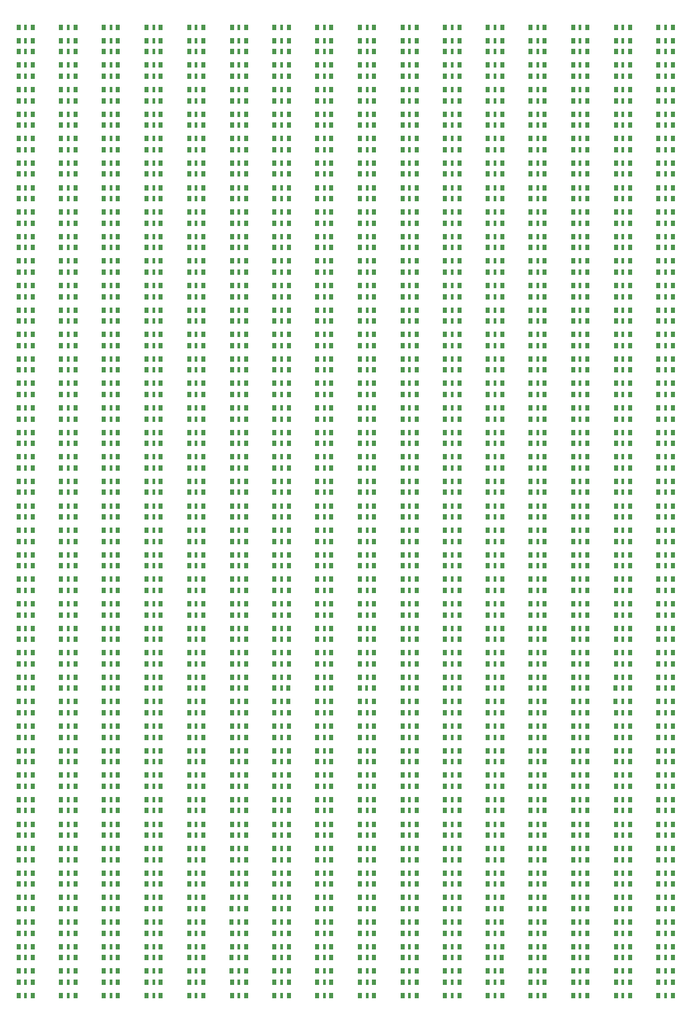
<source format=gbr>
%TF.GenerationSoftware,KiCad,Pcbnew,9.0.3*%
%TF.CreationDate,2025-08-08T13:41:27-04:00*%
%TF.ProjectId,flowstick_led_strip_panel_6p,666c6f77-7374-4696-936b-5f6c65645f73,rev?*%
%TF.SameCoordinates,Original*%
%TF.FileFunction,Paste,Top*%
%TF.FilePolarity,Positive*%
%FSLAX46Y46*%
G04 Gerber Fmt 4.6, Leading zero omitted, Abs format (unit mm)*
G04 Created by KiCad (PCBNEW 9.0.3) date 2025-08-08 13:41:27*
%MOMM*%
%LPD*%
G01*
G04 APERTURE LIST*
%ADD10R,0.500000X0.800000*%
%ADD11R,0.300000X0.800000*%
G04 APERTURE END LIST*
D10*
%TO.C,D78*%
X80600000Y-35450000D03*
D11*
X79700000Y-35450000D03*
D10*
X78800000Y-35450000D03*
X78800000Y-37150000D03*
D11*
X79700000Y-37150000D03*
D10*
X80600000Y-37150000D03*
%TD*%
%TO.C,D70*%
X113000000Y-60250000D03*
D11*
X112100000Y-60250000D03*
D10*
X111200000Y-60250000D03*
X111200000Y-61950000D03*
D11*
X112100000Y-61950000D03*
D10*
X113000000Y-61950000D03*
%TD*%
%TO.C,D21*%
X129200000Y-88150000D03*
D11*
X128300000Y-88150000D03*
D10*
X127400000Y-88150000D03*
X127400000Y-89850000D03*
D11*
X128300000Y-89850000D03*
D10*
X129200000Y-89850000D03*
%TD*%
%TO.C,D72*%
X91400000Y-54050000D03*
D11*
X90500000Y-54050000D03*
D10*
X89600000Y-54050000D03*
X89600000Y-55750000D03*
D11*
X90500000Y-55750000D03*
D10*
X91400000Y-55750000D03*
%TD*%
%TO.C,D40*%
X75200000Y-29250000D03*
D11*
X74300000Y-29250000D03*
D10*
X73400000Y-29250000D03*
X73400000Y-30950000D03*
D11*
X74300000Y-30950000D03*
D10*
X75200000Y-30950000D03*
%TD*%
%TO.C,D77*%
X123800000Y-38550000D03*
D11*
X122900000Y-38550000D03*
D10*
X122000000Y-38550000D03*
X122000000Y-40250000D03*
D11*
X122900000Y-40250000D03*
D10*
X123800000Y-40250000D03*
%TD*%
%TO.C,D26*%
X64400000Y-72650000D03*
D11*
X63500000Y-72650000D03*
D10*
X62600000Y-72650000D03*
X62600000Y-74350000D03*
D11*
X63500000Y-74350000D03*
D10*
X64400000Y-74350000D03*
%TD*%
%TO.C,D6*%
X86000000Y-134650000D03*
D11*
X85100000Y-134650000D03*
D10*
X84200000Y-134650000D03*
X84200000Y-136350000D03*
D11*
X85100000Y-136350000D03*
D10*
X86000000Y-136350000D03*
%TD*%
%TO.C,D79*%
X123800000Y-32350000D03*
D11*
X122900000Y-32350000D03*
D10*
X122000000Y-32350000D03*
X122000000Y-34050000D03*
D11*
X122900000Y-34050000D03*
D10*
X123800000Y-34050000D03*
%TD*%
%TO.C,D44*%
X134590000Y-140850000D03*
D11*
X133690000Y-140850000D03*
D10*
X132790000Y-140850000D03*
X132790000Y-142550000D03*
D11*
X133690000Y-142550000D03*
D10*
X134590000Y-142550000D03*
%TD*%
%TO.C,D62*%
X113000000Y-85050000D03*
D11*
X112100000Y-85050000D03*
D10*
X111200000Y-85050000D03*
X111200000Y-86750000D03*
D11*
X112100000Y-86750000D03*
D10*
X113000000Y-86750000D03*
%TD*%
%TO.C,D17*%
X75200000Y-100550000D03*
D11*
X74300000Y-100550000D03*
D10*
X73400000Y-100550000D03*
X73400000Y-102250000D03*
D11*
X74300000Y-102250000D03*
D10*
X75200000Y-102250000D03*
%TD*%
%TO.C,D68*%
X80600000Y-66450000D03*
D11*
X79700000Y-66450000D03*
D10*
X78800000Y-66450000D03*
X78800000Y-68150000D03*
D11*
X79700000Y-68150000D03*
D10*
X80600000Y-68150000D03*
%TD*%
%TO.C,D10*%
X118400000Y-122250000D03*
D11*
X117500000Y-122250000D03*
D10*
X116600000Y-122250000D03*
X116600000Y-123950000D03*
D11*
X117500000Y-123950000D03*
D10*
X118400000Y-123950000D03*
%TD*%
%TO.C,D23*%
X118400000Y-81950000D03*
D11*
X117500000Y-81950000D03*
D10*
X116600000Y-81950000D03*
X116600000Y-83650000D03*
D11*
X117500000Y-83650000D03*
D10*
X118400000Y-83650000D03*
%TD*%
%TO.C,D9*%
X75200000Y-125350000D03*
D11*
X74300000Y-125350000D03*
D10*
X73400000Y-125350000D03*
X73400000Y-127050000D03*
D11*
X74300000Y-127050000D03*
D10*
X75200000Y-127050000D03*
%TD*%
%TO.C,D28*%
X96800000Y-66450000D03*
D11*
X95900000Y-66450000D03*
D10*
X95000000Y-66450000D03*
X95000000Y-68150000D03*
D11*
X95900000Y-68150000D03*
D10*
X96800000Y-68150000D03*
%TD*%
%TO.C,D55*%
X80600000Y-106750000D03*
D11*
X79700000Y-106750000D03*
D10*
X78800000Y-106750000D03*
X78800000Y-108450000D03*
D11*
X79700000Y-108450000D03*
D10*
X80600000Y-108450000D03*
%TD*%
%TO.C,D51*%
X113000000Y-119150000D03*
D11*
X112100000Y-119150000D03*
D10*
X111200000Y-119150000D03*
X111200000Y-120850000D03*
D11*
X112100000Y-120850000D03*
D10*
X113000000Y-120850000D03*
%TD*%
%TO.C,D24*%
X75200000Y-78850000D03*
D11*
X74300000Y-78850000D03*
D10*
X73400000Y-78850000D03*
X73400000Y-80550000D03*
D11*
X74300000Y-80550000D03*
D10*
X75200000Y-80550000D03*
%TD*%
%TO.C,D62*%
X134600000Y-85050000D03*
D11*
X133700000Y-85050000D03*
D10*
X132800000Y-85050000D03*
X132800000Y-86750000D03*
D11*
X133700000Y-86750000D03*
D10*
X134600000Y-86750000D03*
%TD*%
%TO.C,D10*%
X75200000Y-122250000D03*
D11*
X74300000Y-122250000D03*
D10*
X73400000Y-122250000D03*
X73400000Y-123950000D03*
D11*
X74300000Y-123950000D03*
D10*
X75200000Y-123950000D03*
%TD*%
%TO.C,D60*%
X134600000Y-91250000D03*
D11*
X133700000Y-91250000D03*
D10*
X132800000Y-91250000D03*
X132800000Y-92950000D03*
D11*
X133700000Y-92950000D03*
D10*
X134600000Y-92950000D03*
%TD*%
%TO.C,D47*%
X102200000Y-131550000D03*
D11*
X101300000Y-131550000D03*
D10*
X100400000Y-131550000D03*
X100400000Y-133250000D03*
D11*
X101300000Y-133250000D03*
D10*
X102200000Y-133250000D03*
%TD*%
%TO.C,D32*%
X53600000Y-54050000D03*
D11*
X52700000Y-54050000D03*
D10*
X51800000Y-54050000D03*
X51800000Y-55750000D03*
D11*
X52700000Y-55750000D03*
D10*
X53600000Y-55750000D03*
%TD*%
%TO.C,D52*%
X113000000Y-116050000D03*
D11*
X112100000Y-116050000D03*
D10*
X111200000Y-116050000D03*
X111200000Y-117750000D03*
D11*
X112100000Y-117750000D03*
D10*
X113000000Y-117750000D03*
%TD*%
%TO.C,D59*%
X69800000Y-94350000D03*
D11*
X68900000Y-94350000D03*
D10*
X68000000Y-94350000D03*
X68000000Y-96050000D03*
D11*
X68900000Y-96050000D03*
D10*
X69800000Y-96050000D03*
%TD*%
%TO.C,D31*%
X86000000Y-57150000D03*
D11*
X85100000Y-57150000D03*
D10*
X84200000Y-57150000D03*
X84200000Y-58850000D03*
D11*
X85100000Y-58850000D03*
D10*
X86000000Y-58850000D03*
%TD*%
%TO.C,D19*%
X53600000Y-94350000D03*
D11*
X52700000Y-94350000D03*
D10*
X51800000Y-94350000D03*
X51800000Y-96050000D03*
D11*
X52700000Y-96050000D03*
D10*
X53600000Y-96050000D03*
%TD*%
%TO.C,D25*%
X86000000Y-75750000D03*
D11*
X85100000Y-75750000D03*
D10*
X84200000Y-75750000D03*
X84200000Y-77450000D03*
D11*
X85100000Y-77450000D03*
D10*
X86000000Y-77450000D03*
%TD*%
%TO.C,D65*%
X113000000Y-75750000D03*
D11*
X112100000Y-75750000D03*
D10*
X111200000Y-75750000D03*
X111200000Y-77450000D03*
D11*
X112100000Y-77450000D03*
D10*
X113000000Y-77450000D03*
%TD*%
%TO.C,D30*%
X96800000Y-60250000D03*
D11*
X95900000Y-60250000D03*
D10*
X95000000Y-60250000D03*
X95000000Y-61950000D03*
D11*
X95900000Y-61950000D03*
D10*
X96800000Y-61950000D03*
%TD*%
%TO.C,D37*%
X86000000Y-38550000D03*
D11*
X85100000Y-38550000D03*
D10*
X84200000Y-38550000D03*
X84200000Y-40250000D03*
D11*
X85100000Y-40250000D03*
D10*
X86000000Y-40250000D03*
%TD*%
%TO.C,D35*%
X118400000Y-44750000D03*
D11*
X117500000Y-44750000D03*
D10*
X116600000Y-44750000D03*
X116600000Y-46450000D03*
D11*
X117500000Y-46450000D03*
D10*
X118400000Y-46450000D03*
%TD*%
%TO.C,D44*%
X91390000Y-140850000D03*
D11*
X90490000Y-140850000D03*
D10*
X89590000Y-140850000D03*
X89590000Y-142550000D03*
D11*
X90490000Y-142550000D03*
D10*
X91390000Y-142550000D03*
%TD*%
%TO.C,D57*%
X113000000Y-100550000D03*
D11*
X112100000Y-100550000D03*
D10*
X111200000Y-100550000D03*
X111200000Y-102250000D03*
D11*
X112100000Y-102250000D03*
D10*
X113000000Y-102250000D03*
%TD*%
%TO.C,D26*%
X107600000Y-72650000D03*
D11*
X106700000Y-72650000D03*
D10*
X105800000Y-72650000D03*
X105800000Y-74350000D03*
D11*
X106700000Y-74350000D03*
D10*
X107600000Y-74350000D03*
%TD*%
%TO.C,D34*%
X53600000Y-47850000D03*
D11*
X52700000Y-47850000D03*
D10*
X51800000Y-47850000D03*
X51800000Y-49550000D03*
D11*
X52700000Y-49550000D03*
D10*
X53600000Y-49550000D03*
%TD*%
%TO.C,D80*%
X59000000Y-29250000D03*
D11*
X58100000Y-29250000D03*
D10*
X57200000Y-29250000D03*
X57200000Y-30950000D03*
D11*
X58100000Y-30950000D03*
D10*
X59000000Y-30950000D03*
%TD*%
%TO.C,D14*%
X96800000Y-109850000D03*
D11*
X95900000Y-109850000D03*
D10*
X95000000Y-109850000D03*
X95000000Y-111550000D03*
D11*
X95900000Y-111550000D03*
D10*
X96800000Y-111550000D03*
%TD*%
%TO.C,D63*%
X59000000Y-81950000D03*
D11*
X58100000Y-81950000D03*
D10*
X57200000Y-81950000D03*
X57200000Y-83650000D03*
D11*
X58100000Y-83650000D03*
D10*
X59000000Y-83650000D03*
%TD*%
%TO.C,D80*%
X80600000Y-29250000D03*
D11*
X79700000Y-29250000D03*
D10*
X78800000Y-29250000D03*
X78800000Y-30950000D03*
D11*
X79700000Y-30950000D03*
D10*
X80600000Y-30950000D03*
%TD*%
%TO.C,D31*%
X107600000Y-57150000D03*
D11*
X106700000Y-57150000D03*
D10*
X105800000Y-57150000D03*
X105800000Y-58850000D03*
D11*
X106700000Y-58850000D03*
D10*
X107600000Y-58850000D03*
%TD*%
%TO.C,D65*%
X80600000Y-75750000D03*
D11*
X79700000Y-75750000D03*
D10*
X78800000Y-75750000D03*
X78800000Y-77450000D03*
D11*
X79700000Y-77450000D03*
D10*
X80600000Y-77450000D03*
%TD*%
%TO.C,D45*%
X59000000Y-137750000D03*
D11*
X58100000Y-137750000D03*
D10*
X57200000Y-137750000D03*
X57200000Y-139450000D03*
D11*
X58100000Y-139450000D03*
D10*
X59000000Y-139450000D03*
%TD*%
%TO.C,D37*%
X64400000Y-38550000D03*
D11*
X63500000Y-38550000D03*
D10*
X62600000Y-38550000D03*
X62600000Y-40250000D03*
D11*
X63500000Y-40250000D03*
D10*
X64400000Y-40250000D03*
%TD*%
%TO.C,D62*%
X80600000Y-85050000D03*
D11*
X79700000Y-85050000D03*
D10*
X78800000Y-85050000D03*
X78800000Y-86750000D03*
D11*
X79700000Y-86750000D03*
D10*
X80600000Y-86750000D03*
%TD*%
%TO.C,D29*%
X118400000Y-63350000D03*
D11*
X117500000Y-63350000D03*
D10*
X116600000Y-63350000D03*
X116600000Y-65050000D03*
D11*
X117500000Y-65050000D03*
D10*
X118400000Y-65050000D03*
%TD*%
%TO.C,D31*%
X53600000Y-57150000D03*
D11*
X52700000Y-57150000D03*
D10*
X51800000Y-57150000D03*
X51800000Y-58850000D03*
D11*
X52700000Y-58850000D03*
D10*
X53600000Y-58850000D03*
%TD*%
%TO.C,D42*%
X58990000Y-147050000D03*
D11*
X58090000Y-147050000D03*
D10*
X57190000Y-147050000D03*
X57190000Y-148750000D03*
D11*
X58090000Y-148750000D03*
D10*
X58990000Y-148750000D03*
%TD*%
%TO.C,D66*%
X113000000Y-72650000D03*
D11*
X112100000Y-72650000D03*
D10*
X111200000Y-72650000D03*
X111200000Y-74350000D03*
D11*
X112100000Y-74350000D03*
D10*
X113000000Y-74350000D03*
%TD*%
%TO.C,D25*%
X53600000Y-75750000D03*
D11*
X52700000Y-75750000D03*
D10*
X51800000Y-75750000D03*
X51800000Y-77450000D03*
D11*
X52700000Y-77450000D03*
D10*
X53600000Y-77450000D03*
%TD*%
%TO.C,D24*%
X129200000Y-78850000D03*
D11*
X128300000Y-78850000D03*
D10*
X127400000Y-78850000D03*
X127400000Y-80550000D03*
D11*
X128300000Y-80550000D03*
D10*
X129200000Y-80550000D03*
%TD*%
%TO.C,D80*%
X102200000Y-29250000D03*
D11*
X101300000Y-29250000D03*
D10*
X100400000Y-29250000D03*
X100400000Y-30950000D03*
D11*
X101300000Y-30950000D03*
D10*
X102200000Y-30950000D03*
%TD*%
%TO.C,D5*%
X86000000Y-137750000D03*
D11*
X85100000Y-137750000D03*
D10*
X84200000Y-137750000D03*
X84200000Y-139450000D03*
D11*
X85100000Y-139450000D03*
D10*
X86000000Y-139450000D03*
%TD*%
%TO.C,D53*%
X69800000Y-112950000D03*
D11*
X68900000Y-112950000D03*
D10*
X68000000Y-112950000D03*
X68000000Y-114650000D03*
D11*
X68900000Y-114650000D03*
D10*
X69800000Y-114650000D03*
%TD*%
%TO.C,D19*%
X96800000Y-94350000D03*
D11*
X95900000Y-94350000D03*
D10*
X95000000Y-94350000D03*
X95000000Y-96050000D03*
D11*
X95900000Y-96050000D03*
D10*
X96800000Y-96050000D03*
%TD*%
%TO.C,D38*%
X86000000Y-35450000D03*
D11*
X85100000Y-35450000D03*
D10*
X84200000Y-35450000D03*
X84200000Y-37150000D03*
D11*
X85100000Y-37150000D03*
D10*
X86000000Y-37150000D03*
%TD*%
%TO.C,D34*%
X64400000Y-47850000D03*
D11*
X63500000Y-47850000D03*
D10*
X62600000Y-47850000D03*
X62600000Y-49550000D03*
D11*
X63500000Y-49550000D03*
D10*
X64400000Y-49550000D03*
%TD*%
%TO.C,D65*%
X134600000Y-75750000D03*
D11*
X133700000Y-75750000D03*
D10*
X132800000Y-75750000D03*
X132800000Y-77450000D03*
D11*
X133700000Y-77450000D03*
D10*
X134600000Y-77450000D03*
%TD*%
%TO.C,D39*%
X129200000Y-32350000D03*
D11*
X128300000Y-32350000D03*
D10*
X127400000Y-32350000D03*
X127400000Y-34050000D03*
D11*
X128300000Y-34050000D03*
D10*
X129200000Y-34050000D03*
%TD*%
%TO.C,D64*%
X123800000Y-78850000D03*
D11*
X122900000Y-78850000D03*
D10*
X122000000Y-78850000D03*
X122000000Y-80550000D03*
D11*
X122900000Y-80550000D03*
D10*
X123800000Y-80550000D03*
%TD*%
%TO.C,D66*%
X80600000Y-72650000D03*
D11*
X79700000Y-72650000D03*
D10*
X78800000Y-72650000D03*
X78800000Y-74350000D03*
D11*
X79700000Y-74350000D03*
D10*
X80600000Y-74350000D03*
%TD*%
%TO.C,D26*%
X118400000Y-72650000D03*
D11*
X117500000Y-72650000D03*
D10*
X116600000Y-72650000D03*
X116600000Y-74350000D03*
D11*
X117500000Y-74350000D03*
D10*
X118400000Y-74350000D03*
%TD*%
%TO.C,D7*%
X64400000Y-131550000D03*
D11*
X63500000Y-131550000D03*
D10*
X62600000Y-131550000D03*
X62600000Y-133250000D03*
D11*
X63500000Y-133250000D03*
D10*
X64400000Y-133250000D03*
%TD*%
%TO.C,D72*%
X102200000Y-54050000D03*
D11*
X101300000Y-54050000D03*
D10*
X100400000Y-54050000D03*
X100400000Y-55750000D03*
D11*
X101300000Y-55750000D03*
D10*
X102200000Y-55750000D03*
%TD*%
%TO.C,D35*%
X129200000Y-44750000D03*
D11*
X128300000Y-44750000D03*
D10*
X127400000Y-44750000D03*
X127400000Y-46450000D03*
D11*
X128300000Y-46450000D03*
D10*
X129200000Y-46450000D03*
%TD*%
%TO.C,D21*%
X118400000Y-88150000D03*
D11*
X117500000Y-88150000D03*
D10*
X116600000Y-88150000D03*
X116600000Y-89850000D03*
D11*
X117500000Y-89850000D03*
D10*
X118400000Y-89850000D03*
%TD*%
%TO.C,D26*%
X75200000Y-72650000D03*
D11*
X74300000Y-72650000D03*
D10*
X73400000Y-72650000D03*
X73400000Y-74350000D03*
D11*
X74300000Y-74350000D03*
D10*
X75200000Y-74350000D03*
%TD*%
%TO.C,D4*%
X75200000Y-140850000D03*
D11*
X74300000Y-140850000D03*
D10*
X73400000Y-140850000D03*
X73400000Y-142550000D03*
D11*
X74300000Y-142550000D03*
D10*
X75200000Y-142550000D03*
%TD*%
%TO.C,D54*%
X123800000Y-109850000D03*
D11*
X122900000Y-109850000D03*
D10*
X122000000Y-109850000D03*
X122000000Y-111550000D03*
D11*
X122900000Y-111550000D03*
D10*
X123800000Y-111550000D03*
%TD*%
%TO.C,D55*%
X91400000Y-106750000D03*
D11*
X90500000Y-106750000D03*
D10*
X89600000Y-106750000D03*
X89600000Y-108450000D03*
D11*
X90500000Y-108450000D03*
D10*
X91400000Y-108450000D03*
%TD*%
%TO.C,D42*%
X80590000Y-147050000D03*
D11*
X79690000Y-147050000D03*
D10*
X78790000Y-147050000D03*
X78790000Y-148750000D03*
D11*
X79690000Y-148750000D03*
D10*
X80590000Y-148750000D03*
%TD*%
%TO.C,D63*%
X113000000Y-81950000D03*
D11*
X112100000Y-81950000D03*
D10*
X111200000Y-81950000D03*
X111200000Y-83650000D03*
D11*
X112100000Y-83650000D03*
D10*
X113000000Y-83650000D03*
%TD*%
%TO.C,D13*%
X96790000Y-112950000D03*
D11*
X95890000Y-112950000D03*
D10*
X94990000Y-112950000D03*
X94990000Y-114650000D03*
D11*
X95890000Y-114650000D03*
D10*
X96790000Y-114650000D03*
%TD*%
%TO.C,D18*%
X96800000Y-97450000D03*
D11*
X95900000Y-97450000D03*
D10*
X95000000Y-97450000D03*
X95000000Y-99150000D03*
D11*
X95900000Y-99150000D03*
D10*
X96800000Y-99150000D03*
%TD*%
%TO.C,D63*%
X123800000Y-81950000D03*
D11*
X122900000Y-81950000D03*
D10*
X122000000Y-81950000D03*
X122000000Y-83650000D03*
D11*
X122900000Y-83650000D03*
D10*
X123800000Y-83650000D03*
%TD*%
%TO.C,D51*%
X102200000Y-119150000D03*
D11*
X101300000Y-119150000D03*
D10*
X100400000Y-119150000D03*
X100400000Y-120850000D03*
D11*
X101300000Y-120850000D03*
D10*
X102200000Y-120850000D03*
%TD*%
%TO.C,D6*%
X53600000Y-134650000D03*
D11*
X52700000Y-134650000D03*
D10*
X51800000Y-134650000D03*
X51800000Y-136350000D03*
D11*
X52700000Y-136350000D03*
D10*
X53600000Y-136350000D03*
%TD*%
%TO.C,D41*%
X102200000Y-150150000D03*
D11*
X101300000Y-150150000D03*
D10*
X100400000Y-150150000D03*
X100400000Y-151850000D03*
D11*
X101300000Y-151850000D03*
D10*
X102200000Y-151850000D03*
%TD*%
%TO.C,D20*%
X96800000Y-91250000D03*
D11*
X95900000Y-91250000D03*
D10*
X95000000Y-91250000D03*
X95000000Y-92950000D03*
D11*
X95900000Y-92950000D03*
D10*
X96800000Y-92950000D03*
%TD*%
%TO.C,D74*%
X59000000Y-47850000D03*
D11*
X58100000Y-47850000D03*
D10*
X57200000Y-47850000D03*
X57200000Y-49550000D03*
D11*
X58100000Y-49550000D03*
D10*
X59000000Y-49550000D03*
%TD*%
%TO.C,D2*%
X129200000Y-147050000D03*
D11*
X128300000Y-147050000D03*
D10*
X127400000Y-147050000D03*
X127400000Y-148750000D03*
D11*
X128300000Y-148750000D03*
D10*
X129200000Y-148750000D03*
%TD*%
%TO.C,D75*%
X134600000Y-44750000D03*
D11*
X133700000Y-44750000D03*
D10*
X132800000Y-44750000D03*
X132800000Y-46450000D03*
D11*
X133700000Y-46450000D03*
D10*
X134600000Y-46450000D03*
%TD*%
%TO.C,D9*%
X53600000Y-125350000D03*
D11*
X52700000Y-125350000D03*
D10*
X51800000Y-125350000D03*
X51800000Y-127050000D03*
D11*
X52700000Y-127050000D03*
D10*
X53600000Y-127050000D03*
%TD*%
%TO.C,D33*%
X53600000Y-50950000D03*
D11*
X52700000Y-50950000D03*
D10*
X51800000Y-50950000D03*
X51800000Y-52650000D03*
D11*
X52700000Y-52650000D03*
D10*
X53600000Y-52650000D03*
%TD*%
%TO.C,D75*%
X113000000Y-44750000D03*
D11*
X112100000Y-44750000D03*
D10*
X111200000Y-44750000D03*
X111200000Y-46450000D03*
D11*
X112100000Y-46450000D03*
D10*
X113000000Y-46450000D03*
%TD*%
%TO.C,D44*%
X58990000Y-140850000D03*
D11*
X58090000Y-140850000D03*
D10*
X57190000Y-140850000D03*
X57190000Y-142550000D03*
D11*
X58090000Y-142550000D03*
D10*
X58990000Y-142550000D03*
%TD*%
%TO.C,D56*%
X102200000Y-103650000D03*
D11*
X101300000Y-103650000D03*
D10*
X100400000Y-103650000D03*
X100400000Y-105350000D03*
D11*
X101300000Y-105350000D03*
D10*
X102200000Y-105350000D03*
%TD*%
%TO.C,D62*%
X123800000Y-85050000D03*
D11*
X122900000Y-85050000D03*
D10*
X122000000Y-85050000D03*
X122000000Y-86750000D03*
D11*
X122900000Y-86750000D03*
D10*
X123800000Y-86750000D03*
%TD*%
%TO.C,D48*%
X69800000Y-128450000D03*
D11*
X68900000Y-128450000D03*
D10*
X68000000Y-128450000D03*
X68000000Y-130150000D03*
D11*
X68900000Y-130150000D03*
D10*
X69800000Y-130150000D03*
%TD*%
%TO.C,D8*%
X86000000Y-128450000D03*
D11*
X85100000Y-128450000D03*
D10*
X84200000Y-128450000D03*
X84200000Y-130150000D03*
D11*
X85100000Y-130150000D03*
D10*
X86000000Y-130150000D03*
%TD*%
%TO.C,D13*%
X64390000Y-112950000D03*
D11*
X63490000Y-112950000D03*
D10*
X62590000Y-112950000D03*
X62590000Y-114650000D03*
D11*
X63490000Y-114650000D03*
D10*
X64390000Y-114650000D03*
%TD*%
%TO.C,D22*%
X118400000Y-85050000D03*
D11*
X117500000Y-85050000D03*
D10*
X116600000Y-85050000D03*
X116600000Y-86750000D03*
D11*
X117500000Y-86750000D03*
D10*
X118400000Y-86750000D03*
%TD*%
%TO.C,D43*%
X134600000Y-143950000D03*
D11*
X133700000Y-143950000D03*
D10*
X132800000Y-143950000D03*
X132800000Y-145650000D03*
D11*
X133700000Y-145650000D03*
D10*
X134600000Y-145650000D03*
%TD*%
%TO.C,D16*%
X53600000Y-103650000D03*
D11*
X52700000Y-103650000D03*
D10*
X51800000Y-103650000D03*
X51800000Y-105350000D03*
D11*
X52700000Y-105350000D03*
D10*
X53600000Y-105350000D03*
%TD*%
%TO.C,D20*%
X86000000Y-91250000D03*
D11*
X85100000Y-91250000D03*
D10*
X84200000Y-91250000D03*
X84200000Y-92950000D03*
D11*
X85100000Y-92950000D03*
D10*
X86000000Y-92950000D03*
%TD*%
%TO.C,D18*%
X86000000Y-97450000D03*
D11*
X85100000Y-97450000D03*
D10*
X84200000Y-97450000D03*
X84200000Y-99150000D03*
D11*
X85100000Y-99150000D03*
D10*
X86000000Y-99150000D03*
%TD*%
%TO.C,D38*%
X107600000Y-35450000D03*
D11*
X106700000Y-35450000D03*
D10*
X105800000Y-35450000D03*
X105800000Y-37150000D03*
D11*
X106700000Y-37150000D03*
D10*
X107600000Y-37150000D03*
%TD*%
%TO.C,D43*%
X123800000Y-143950000D03*
D11*
X122900000Y-143950000D03*
D10*
X122000000Y-143950000D03*
X122000000Y-145650000D03*
D11*
X122900000Y-145650000D03*
D10*
X123800000Y-145650000D03*
%TD*%
%TO.C,D60*%
X113000000Y-91250000D03*
D11*
X112100000Y-91250000D03*
D10*
X111200000Y-91250000D03*
X111200000Y-92950000D03*
D11*
X112100000Y-92950000D03*
D10*
X113000000Y-92950000D03*
%TD*%
%TO.C,D44*%
X123790000Y-140850000D03*
D11*
X122890000Y-140850000D03*
D10*
X121990000Y-140850000D03*
X121990000Y-142550000D03*
D11*
X122890000Y-142550000D03*
D10*
X123790000Y-142550000D03*
%TD*%
%TO.C,D71*%
X123800000Y-57150000D03*
D11*
X122900000Y-57150000D03*
D10*
X122000000Y-57150000D03*
X122000000Y-58850000D03*
D11*
X122900000Y-58850000D03*
D10*
X123800000Y-58850000D03*
%TD*%
%TO.C,D61*%
X59000000Y-88150000D03*
D11*
X58100000Y-88150000D03*
D10*
X57200000Y-88150000D03*
X57200000Y-89850000D03*
D11*
X58100000Y-89850000D03*
D10*
X59000000Y-89850000D03*
%TD*%
%TO.C,D32*%
X96800000Y-54050000D03*
D11*
X95900000Y-54050000D03*
D10*
X95000000Y-54050000D03*
X95000000Y-55750000D03*
D11*
X95900000Y-55750000D03*
D10*
X96800000Y-55750000D03*
%TD*%
%TO.C,D55*%
X113000000Y-106750000D03*
D11*
X112100000Y-106750000D03*
D10*
X111200000Y-106750000D03*
X111200000Y-108450000D03*
D11*
X112100000Y-108450000D03*
D10*
X113000000Y-108450000D03*
%TD*%
%TO.C,D30*%
X129200000Y-60250000D03*
D11*
X128300000Y-60250000D03*
D10*
X127400000Y-60250000D03*
X127400000Y-61950000D03*
D11*
X128300000Y-61950000D03*
D10*
X129200000Y-61950000D03*
%TD*%
%TO.C,D36*%
X118400000Y-41650000D03*
D11*
X117500000Y-41650000D03*
D10*
X116600000Y-41650000D03*
X116600000Y-43350000D03*
D11*
X117500000Y-43350000D03*
D10*
X118400000Y-43350000D03*
%TD*%
%TO.C,D41*%
X91400000Y-150150000D03*
D11*
X90500000Y-150150000D03*
D10*
X89600000Y-150150000D03*
X89600000Y-151850000D03*
D11*
X90500000Y-151850000D03*
D10*
X91400000Y-151850000D03*
%TD*%
%TO.C,D3*%
X64400000Y-143950000D03*
D11*
X63500000Y-143950000D03*
D10*
X62600000Y-143950000D03*
X62600000Y-145650000D03*
D11*
X63500000Y-145650000D03*
D10*
X64400000Y-145650000D03*
%TD*%
%TO.C,D68*%
X59000000Y-66450000D03*
D11*
X58100000Y-66450000D03*
D10*
X57200000Y-66450000D03*
X57200000Y-68150000D03*
D11*
X58100000Y-68150000D03*
D10*
X59000000Y-68150000D03*
%TD*%
%TO.C,D80*%
X91400000Y-29250000D03*
D11*
X90500000Y-29250000D03*
D10*
X89600000Y-29250000D03*
X89600000Y-30950000D03*
D11*
X90500000Y-30950000D03*
D10*
X91400000Y-30950000D03*
%TD*%
%TO.C,D45*%
X80600000Y-137750000D03*
D11*
X79700000Y-137750000D03*
D10*
X78800000Y-137750000D03*
X78800000Y-139450000D03*
D11*
X79700000Y-139450000D03*
D10*
X80600000Y-139450000D03*
%TD*%
%TO.C,D40*%
X129200000Y-29250000D03*
D11*
X128300000Y-29250000D03*
D10*
X127400000Y-29250000D03*
X127400000Y-30950000D03*
D11*
X128300000Y-30950000D03*
D10*
X129200000Y-30950000D03*
%TD*%
%TO.C,D76*%
X102200000Y-41650000D03*
D11*
X101300000Y-41650000D03*
D10*
X100400000Y-41650000D03*
X100400000Y-43350000D03*
D11*
X101300000Y-43350000D03*
D10*
X102200000Y-43350000D03*
%TD*%
%TO.C,D36*%
X53600000Y-41650000D03*
D11*
X52700000Y-41650000D03*
D10*
X51800000Y-41650000D03*
X51800000Y-43350000D03*
D11*
X52700000Y-43350000D03*
D10*
X53600000Y-43350000D03*
%TD*%
%TO.C,D32*%
X86000000Y-54050000D03*
D11*
X85100000Y-54050000D03*
D10*
X84200000Y-54050000D03*
X84200000Y-55750000D03*
D11*
X85100000Y-55750000D03*
D10*
X86000000Y-55750000D03*
%TD*%
%TO.C,D76*%
X80600000Y-41650000D03*
D11*
X79700000Y-41650000D03*
D10*
X78800000Y-41650000D03*
X78800000Y-43350000D03*
D11*
X79700000Y-43350000D03*
D10*
X80600000Y-43350000D03*
%TD*%
%TO.C,D68*%
X69800000Y-66450000D03*
D11*
X68900000Y-66450000D03*
D10*
X68000000Y-66450000D03*
X68000000Y-68150000D03*
D11*
X68900000Y-68150000D03*
D10*
X69800000Y-68150000D03*
%TD*%
%TO.C,D64*%
X80600000Y-78850000D03*
D11*
X79700000Y-78850000D03*
D10*
X78800000Y-78850000D03*
X78800000Y-80550000D03*
D11*
X79700000Y-80550000D03*
D10*
X80600000Y-80550000D03*
%TD*%
%TO.C,D56*%
X59000000Y-103650000D03*
D11*
X58100000Y-103650000D03*
D10*
X57200000Y-103650000D03*
X57200000Y-105350000D03*
D11*
X58100000Y-105350000D03*
D10*
X59000000Y-105350000D03*
%TD*%
%TO.C,D76*%
X59000000Y-41650000D03*
D11*
X58100000Y-41650000D03*
D10*
X57200000Y-41650000D03*
X57200000Y-43350000D03*
D11*
X58100000Y-43350000D03*
D10*
X59000000Y-43350000D03*
%TD*%
%TO.C,D18*%
X107600000Y-97450000D03*
D11*
X106700000Y-97450000D03*
D10*
X105800000Y-97450000D03*
X105800000Y-99150000D03*
D11*
X106700000Y-99150000D03*
D10*
X107600000Y-99150000D03*
%TD*%
%TO.C,D78*%
X91400000Y-35450000D03*
D11*
X90500000Y-35450000D03*
D10*
X89600000Y-35450000D03*
X89600000Y-37150000D03*
D11*
X90500000Y-37150000D03*
D10*
X91400000Y-37150000D03*
%TD*%
%TO.C,D53*%
X91400000Y-112950000D03*
D11*
X90500000Y-112950000D03*
D10*
X89600000Y-112950000D03*
X89600000Y-114650000D03*
D11*
X90500000Y-114650000D03*
D10*
X91400000Y-114650000D03*
%TD*%
%TO.C,D20*%
X53600000Y-91250000D03*
D11*
X52700000Y-91250000D03*
D10*
X51800000Y-91250000D03*
X51800000Y-92950000D03*
D11*
X52700000Y-92950000D03*
D10*
X53600000Y-92950000D03*
%TD*%
%TO.C,D80*%
X69800000Y-29250000D03*
D11*
X68900000Y-29250000D03*
D10*
X68000000Y-29250000D03*
X68000000Y-30950000D03*
D11*
X68900000Y-30950000D03*
D10*
X69800000Y-30950000D03*
%TD*%
%TO.C,D65*%
X69800000Y-75750000D03*
D11*
X68900000Y-75750000D03*
D10*
X68000000Y-75750000D03*
X68000000Y-77450000D03*
D11*
X68900000Y-77450000D03*
D10*
X69800000Y-77450000D03*
%TD*%
%TO.C,D44*%
X102190000Y-140850000D03*
D11*
X101290000Y-140850000D03*
D10*
X100390000Y-140850000D03*
X100390000Y-142550000D03*
D11*
X101290000Y-142550000D03*
D10*
X102190000Y-142550000D03*
%TD*%
%TO.C,D48*%
X91400000Y-128450000D03*
D11*
X90500000Y-128450000D03*
D10*
X89600000Y-128450000D03*
X89600000Y-130150000D03*
D11*
X90500000Y-130150000D03*
D10*
X91400000Y-130150000D03*
%TD*%
%TO.C,D1*%
X64400000Y-150150000D03*
D11*
X63500000Y-150150000D03*
D10*
X62600000Y-150150000D03*
X62600000Y-151850000D03*
D11*
X63500000Y-151850000D03*
D10*
X64400000Y-151850000D03*
%TD*%
%TO.C,D52*%
X123800000Y-116050000D03*
D11*
X122900000Y-116050000D03*
D10*
X122000000Y-116050000D03*
X122000000Y-117750000D03*
D11*
X122900000Y-117750000D03*
D10*
X123800000Y-117750000D03*
%TD*%
%TO.C,D13*%
X85990000Y-112950000D03*
D11*
X85090000Y-112950000D03*
D10*
X84190000Y-112950000D03*
X84190000Y-114650000D03*
D11*
X85090000Y-114650000D03*
D10*
X85990000Y-114650000D03*
%TD*%
%TO.C,D37*%
X118400000Y-38550000D03*
D11*
X117500000Y-38550000D03*
D10*
X116600000Y-38550000D03*
X116600000Y-40250000D03*
D11*
X117500000Y-40250000D03*
D10*
X118400000Y-40250000D03*
%TD*%
%TO.C,D50*%
X80600000Y-122250000D03*
D11*
X79700000Y-122250000D03*
D10*
X78800000Y-122250000D03*
X78800000Y-123950000D03*
D11*
X79700000Y-123950000D03*
D10*
X80600000Y-123950000D03*
%TD*%
%TO.C,D14*%
X75200000Y-109850000D03*
D11*
X74300000Y-109850000D03*
D10*
X73400000Y-109850000D03*
X73400000Y-111550000D03*
D11*
X74300000Y-111550000D03*
D10*
X75200000Y-111550000D03*
%TD*%
%TO.C,D39*%
X86000000Y-32350000D03*
D11*
X85100000Y-32350000D03*
D10*
X84200000Y-32350000D03*
X84200000Y-34050000D03*
D11*
X85100000Y-34050000D03*
D10*
X86000000Y-34050000D03*
%TD*%
%TO.C,D37*%
X75200000Y-38550000D03*
D11*
X74300000Y-38550000D03*
D10*
X73400000Y-38550000D03*
X73400000Y-40250000D03*
D11*
X74300000Y-40250000D03*
D10*
X75200000Y-40250000D03*
%TD*%
%TO.C,D6*%
X118400000Y-134650000D03*
D11*
X117500000Y-134650000D03*
D10*
X116600000Y-134650000D03*
X116600000Y-136350000D03*
D11*
X117500000Y-136350000D03*
D10*
X118400000Y-136350000D03*
%TD*%
%TO.C,D3*%
X53600000Y-143950000D03*
D11*
X52700000Y-143950000D03*
D10*
X51800000Y-143950000D03*
X51800000Y-145650000D03*
D11*
X52700000Y-145650000D03*
D10*
X53600000Y-145650000D03*
%TD*%
%TO.C,D19*%
X64400000Y-94350000D03*
D11*
X63500000Y-94350000D03*
D10*
X62600000Y-94350000D03*
X62600000Y-96050000D03*
D11*
X63500000Y-96050000D03*
D10*
X64400000Y-96050000D03*
%TD*%
%TO.C,D71*%
X80600000Y-57150000D03*
D11*
X79700000Y-57150000D03*
D10*
X78800000Y-57150000D03*
X78800000Y-58850000D03*
D11*
X79700000Y-58850000D03*
D10*
X80600000Y-58850000D03*
%TD*%
%TO.C,D14*%
X118400000Y-109850000D03*
D11*
X117500000Y-109850000D03*
D10*
X116600000Y-109850000D03*
X116600000Y-111550000D03*
D11*
X117500000Y-111550000D03*
D10*
X118400000Y-111550000D03*
%TD*%
%TO.C,D8*%
X118400000Y-128450000D03*
D11*
X117500000Y-128450000D03*
D10*
X116600000Y-128450000D03*
X116600000Y-130150000D03*
D11*
X117500000Y-130150000D03*
D10*
X118400000Y-130150000D03*
%TD*%
%TO.C,D76*%
X69800000Y-41650000D03*
D11*
X68900000Y-41650000D03*
D10*
X68000000Y-41650000D03*
X68000000Y-43350000D03*
D11*
X68900000Y-43350000D03*
D10*
X69800000Y-43350000D03*
%TD*%
%TO.C,D38*%
X129200000Y-35450000D03*
D11*
X128300000Y-35450000D03*
D10*
X127400000Y-35450000D03*
X127400000Y-37150000D03*
D11*
X128300000Y-37150000D03*
D10*
X129200000Y-37150000D03*
%TD*%
%TO.C,D7*%
X96800000Y-131550000D03*
D11*
X95900000Y-131550000D03*
D10*
X95000000Y-131550000D03*
X95000000Y-133250000D03*
D11*
X95900000Y-133250000D03*
D10*
X96800000Y-133250000D03*
%TD*%
%TO.C,D29*%
X53600000Y-63350000D03*
D11*
X52700000Y-63350000D03*
D10*
X51800000Y-63350000D03*
X51800000Y-65050000D03*
D11*
X52700000Y-65050000D03*
D10*
X53600000Y-65050000D03*
%TD*%
%TO.C,D52*%
X102200000Y-116050000D03*
D11*
X101300000Y-116050000D03*
D10*
X100400000Y-116050000D03*
X100400000Y-117750000D03*
D11*
X101300000Y-117750000D03*
D10*
X102200000Y-117750000D03*
%TD*%
%TO.C,D31*%
X96800000Y-57150000D03*
D11*
X95900000Y-57150000D03*
D10*
X95000000Y-57150000D03*
X95000000Y-58850000D03*
D11*
X95900000Y-58850000D03*
D10*
X96800000Y-58850000D03*
%TD*%
%TO.C,D5*%
X129200000Y-137750000D03*
D11*
X128300000Y-137750000D03*
D10*
X127400000Y-137750000D03*
X127400000Y-139450000D03*
D11*
X128300000Y-139450000D03*
D10*
X129200000Y-139450000D03*
%TD*%
%TO.C,D72*%
X123800000Y-54050000D03*
D11*
X122900000Y-54050000D03*
D10*
X122000000Y-54050000D03*
X122000000Y-55750000D03*
D11*
X122900000Y-55750000D03*
D10*
X123800000Y-55750000D03*
%TD*%
%TO.C,D47*%
X113000000Y-131550000D03*
D11*
X112100000Y-131550000D03*
D10*
X111200000Y-131550000D03*
X111200000Y-133250000D03*
D11*
X112100000Y-133250000D03*
D10*
X113000000Y-133250000D03*
%TD*%
%TO.C,D51*%
X80600000Y-119150000D03*
D11*
X79700000Y-119150000D03*
D10*
X78800000Y-119150000D03*
X78800000Y-120850000D03*
D11*
X79700000Y-120850000D03*
D10*
X80600000Y-120850000D03*
%TD*%
%TO.C,D40*%
X53600000Y-29250000D03*
D11*
X52700000Y-29250000D03*
D10*
X51800000Y-29250000D03*
X51800000Y-30950000D03*
D11*
X52700000Y-30950000D03*
D10*
X53600000Y-30950000D03*
%TD*%
%TO.C,D15*%
X64400000Y-106750000D03*
D11*
X63500000Y-106750000D03*
D10*
X62600000Y-106750000D03*
X62600000Y-108450000D03*
D11*
X63500000Y-108450000D03*
D10*
X64400000Y-108450000D03*
%TD*%
%TO.C,D4*%
X96800000Y-140850000D03*
D11*
X95900000Y-140850000D03*
D10*
X95000000Y-140850000D03*
X95000000Y-142550000D03*
D11*
X95900000Y-142550000D03*
D10*
X96800000Y-142550000D03*
%TD*%
%TO.C,D53*%
X102200000Y-112950000D03*
D11*
X101300000Y-112950000D03*
D10*
X100400000Y-112950000D03*
X100400000Y-114650000D03*
D11*
X101300000Y-114650000D03*
D10*
X102200000Y-114650000D03*
%TD*%
%TO.C,D17*%
X96800000Y-100550000D03*
D11*
X95900000Y-100550000D03*
D10*
X95000000Y-100550000D03*
X95000000Y-102250000D03*
D11*
X95900000Y-102250000D03*
D10*
X96800000Y-102250000D03*
%TD*%
%TO.C,D7*%
X118400000Y-131550000D03*
D11*
X117500000Y-131550000D03*
D10*
X116600000Y-131550000D03*
X116600000Y-133250000D03*
D11*
X117500000Y-133250000D03*
D10*
X118400000Y-133250000D03*
%TD*%
%TO.C,D77*%
X59000000Y-38550000D03*
D11*
X58100000Y-38550000D03*
D10*
X57200000Y-38550000D03*
X57200000Y-40250000D03*
D11*
X58100000Y-40250000D03*
D10*
X59000000Y-40250000D03*
%TD*%
%TO.C,D6*%
X96800000Y-134650000D03*
D11*
X95900000Y-134650000D03*
D10*
X95000000Y-134650000D03*
X95000000Y-136350000D03*
D11*
X95900000Y-136350000D03*
D10*
X96800000Y-136350000D03*
%TD*%
%TO.C,D61*%
X80600000Y-88150000D03*
D11*
X79700000Y-88150000D03*
D10*
X78800000Y-88150000D03*
X78800000Y-89850000D03*
D11*
X79700000Y-89850000D03*
D10*
X80600000Y-89850000D03*
%TD*%
%TO.C,D63*%
X134600000Y-81950000D03*
D11*
X133700000Y-81950000D03*
D10*
X132800000Y-81950000D03*
X132800000Y-83650000D03*
D11*
X133700000Y-83650000D03*
D10*
X134600000Y-83650000D03*
%TD*%
%TO.C,D78*%
X59000000Y-35450000D03*
D11*
X58100000Y-35450000D03*
D10*
X57200000Y-35450000D03*
X57200000Y-37150000D03*
D11*
X58100000Y-37150000D03*
D10*
X59000000Y-37150000D03*
%TD*%
%TO.C,D70*%
X123800000Y-60250000D03*
D11*
X122900000Y-60250000D03*
D10*
X122000000Y-60250000D03*
X122000000Y-61950000D03*
D11*
X122900000Y-61950000D03*
D10*
X123800000Y-61950000D03*
%TD*%
%TO.C,D29*%
X107600000Y-63350000D03*
D11*
X106700000Y-63350000D03*
D10*
X105800000Y-63350000D03*
X105800000Y-65050000D03*
D11*
X106700000Y-65050000D03*
D10*
X107600000Y-65050000D03*
%TD*%
%TO.C,D69*%
X113000000Y-63350000D03*
D11*
X112100000Y-63350000D03*
D10*
X111200000Y-63350000D03*
X111200000Y-65050000D03*
D11*
X112100000Y-65050000D03*
D10*
X113000000Y-65050000D03*
%TD*%
%TO.C,D67*%
X69800000Y-69550000D03*
D11*
X68900000Y-69550000D03*
D10*
X68000000Y-69550000D03*
X68000000Y-71250000D03*
D11*
X68900000Y-71250000D03*
D10*
X69800000Y-71250000D03*
%TD*%
%TO.C,D45*%
X134600000Y-137750000D03*
D11*
X133700000Y-137750000D03*
D10*
X132800000Y-137750000D03*
X132800000Y-139450000D03*
D11*
X133700000Y-139450000D03*
D10*
X134600000Y-139450000D03*
%TD*%
%TO.C,D57*%
X91400000Y-100550000D03*
D11*
X90500000Y-100550000D03*
D10*
X89600000Y-100550000D03*
X89600000Y-102250000D03*
D11*
X90500000Y-102250000D03*
D10*
X91400000Y-102250000D03*
%TD*%
%TO.C,D53*%
X123800000Y-112950000D03*
D11*
X122900000Y-112950000D03*
D10*
X122000000Y-112950000D03*
X122000000Y-114650000D03*
D11*
X122900000Y-114650000D03*
D10*
X123800000Y-114650000D03*
%TD*%
%TO.C,D72*%
X69800000Y-54050000D03*
D11*
X68900000Y-54050000D03*
D10*
X68000000Y-54050000D03*
X68000000Y-55750000D03*
D11*
X68900000Y-55750000D03*
D10*
X69800000Y-55750000D03*
%TD*%
%TO.C,D35*%
X96800000Y-44750000D03*
D11*
X95900000Y-44750000D03*
D10*
X95000000Y-44750000D03*
X95000000Y-46450000D03*
D11*
X95900000Y-46450000D03*
D10*
X96800000Y-46450000D03*
%TD*%
%TO.C,D71*%
X102200000Y-57150000D03*
D11*
X101300000Y-57150000D03*
D10*
X100400000Y-57150000D03*
X100400000Y-58850000D03*
D11*
X101300000Y-58850000D03*
D10*
X102200000Y-58850000D03*
%TD*%
%TO.C,D67*%
X113000000Y-69550000D03*
D11*
X112100000Y-69550000D03*
D10*
X111200000Y-69550000D03*
X111200000Y-71250000D03*
D11*
X112100000Y-71250000D03*
D10*
X113000000Y-71250000D03*
%TD*%
%TO.C,D54*%
X59000000Y-109850000D03*
D11*
X58100000Y-109850000D03*
D10*
X57200000Y-109850000D03*
X57200000Y-111550000D03*
D11*
X58100000Y-111550000D03*
D10*
X59000000Y-111550000D03*
%TD*%
%TO.C,D73*%
X91400000Y-50950000D03*
D11*
X90500000Y-50950000D03*
D10*
X89600000Y-50950000D03*
X89600000Y-52650000D03*
D11*
X90500000Y-52650000D03*
D10*
X91400000Y-52650000D03*
%TD*%
%TO.C,D49*%
X59000000Y-125350000D03*
D11*
X58100000Y-125350000D03*
D10*
X57200000Y-125350000D03*
X57200000Y-127050000D03*
D11*
X58100000Y-127050000D03*
D10*
X59000000Y-127050000D03*
%TD*%
%TO.C,D70*%
X134600000Y-60250000D03*
D11*
X133700000Y-60250000D03*
D10*
X132800000Y-60250000D03*
X132800000Y-61950000D03*
D11*
X133700000Y-61950000D03*
D10*
X134600000Y-61950000D03*
%TD*%
%TO.C,D28*%
X86000000Y-66450000D03*
D11*
X85100000Y-66450000D03*
D10*
X84200000Y-66450000D03*
X84200000Y-68150000D03*
D11*
X85100000Y-68150000D03*
D10*
X86000000Y-68150000D03*
%TD*%
%TO.C,D32*%
X64400000Y-54050000D03*
D11*
X63500000Y-54050000D03*
D10*
X62600000Y-54050000D03*
X62600000Y-55750000D03*
D11*
X63500000Y-55750000D03*
D10*
X64400000Y-55750000D03*
%TD*%
%TO.C,D32*%
X118400000Y-54050000D03*
D11*
X117500000Y-54050000D03*
D10*
X116600000Y-54050000D03*
X116600000Y-55750000D03*
D11*
X117500000Y-55750000D03*
D10*
X118400000Y-55750000D03*
%TD*%
%TO.C,D13*%
X118390000Y-112950000D03*
D11*
X117490000Y-112950000D03*
D10*
X116590000Y-112950000D03*
X116590000Y-114650000D03*
D11*
X117490000Y-114650000D03*
D10*
X118390000Y-114650000D03*
%TD*%
%TO.C,D73*%
X134600000Y-50950000D03*
D11*
X133700000Y-50950000D03*
D10*
X132800000Y-50950000D03*
X132800000Y-52650000D03*
D11*
X133700000Y-52650000D03*
D10*
X134600000Y-52650000D03*
%TD*%
%TO.C,D60*%
X69800000Y-91250000D03*
D11*
X68900000Y-91250000D03*
D10*
X68000000Y-91250000D03*
X68000000Y-92950000D03*
D11*
X68900000Y-92950000D03*
D10*
X69800000Y-92950000D03*
%TD*%
%TO.C,D52*%
X80600000Y-116050000D03*
D11*
X79700000Y-116050000D03*
D10*
X78800000Y-116050000D03*
X78800000Y-117750000D03*
D11*
X79700000Y-117750000D03*
D10*
X80600000Y-117750000D03*
%TD*%
%TO.C,D38*%
X64400000Y-35450000D03*
D11*
X63500000Y-35450000D03*
D10*
X62600000Y-35450000D03*
X62600000Y-37150000D03*
D11*
X63500000Y-37150000D03*
D10*
X64400000Y-37150000D03*
%TD*%
%TO.C,D49*%
X91400000Y-125350000D03*
D11*
X90500000Y-125350000D03*
D10*
X89600000Y-125350000D03*
X89600000Y-127050000D03*
D11*
X90500000Y-127050000D03*
D10*
X91400000Y-127050000D03*
%TD*%
%TO.C,D19*%
X107600000Y-94350000D03*
D11*
X106700000Y-94350000D03*
D10*
X105800000Y-94350000D03*
X105800000Y-96050000D03*
D11*
X106700000Y-96050000D03*
D10*
X107600000Y-96050000D03*
%TD*%
%TO.C,D33*%
X118400000Y-50950000D03*
D11*
X117500000Y-50950000D03*
D10*
X116600000Y-50950000D03*
X116600000Y-52650000D03*
D11*
X117500000Y-52650000D03*
D10*
X118400000Y-52650000D03*
%TD*%
%TO.C,D64*%
X59000000Y-78850000D03*
D11*
X58100000Y-78850000D03*
D10*
X57200000Y-78850000D03*
X57200000Y-80550000D03*
D11*
X58100000Y-80550000D03*
D10*
X59000000Y-80550000D03*
%TD*%
%TO.C,D60*%
X59000000Y-91250000D03*
D11*
X58100000Y-91250000D03*
D10*
X57200000Y-91250000D03*
X57200000Y-92950000D03*
D11*
X58100000Y-92950000D03*
D10*
X59000000Y-92950000D03*
%TD*%
%TO.C,D9*%
X107600000Y-125350000D03*
D11*
X106700000Y-125350000D03*
D10*
X105800000Y-125350000D03*
X105800000Y-127050000D03*
D11*
X106700000Y-127050000D03*
D10*
X107600000Y-127050000D03*
%TD*%
%TO.C,D49*%
X134600000Y-125350000D03*
D11*
X133700000Y-125350000D03*
D10*
X132800000Y-125350000D03*
X132800000Y-127050000D03*
D11*
X133700000Y-127050000D03*
D10*
X134600000Y-127050000D03*
%TD*%
%TO.C,D16*%
X86000000Y-103650000D03*
D11*
X85100000Y-103650000D03*
D10*
X84200000Y-103650000D03*
X84200000Y-105350000D03*
D11*
X85100000Y-105350000D03*
D10*
X86000000Y-105350000D03*
%TD*%
%TO.C,D11*%
X107600000Y-119150000D03*
D11*
X106700000Y-119150000D03*
D10*
X105800000Y-119150000D03*
X105800000Y-120850000D03*
D11*
X106700000Y-120850000D03*
D10*
X107600000Y-120850000D03*
%TD*%
%TO.C,D71*%
X134600000Y-57150000D03*
D11*
X133700000Y-57150000D03*
D10*
X132800000Y-57150000D03*
X132800000Y-58850000D03*
D11*
X133700000Y-58850000D03*
D10*
X134600000Y-58850000D03*
%TD*%
%TO.C,D51*%
X91400000Y-119150000D03*
D11*
X90500000Y-119150000D03*
D10*
X89600000Y-119150000D03*
X89600000Y-120850000D03*
D11*
X90500000Y-120850000D03*
D10*
X91400000Y-120850000D03*
%TD*%
%TO.C,D21*%
X64400000Y-88150000D03*
D11*
X63500000Y-88150000D03*
D10*
X62600000Y-88150000D03*
X62600000Y-89850000D03*
D11*
X63500000Y-89850000D03*
D10*
X64400000Y-89850000D03*
%TD*%
%TO.C,D69*%
X91400000Y-63350000D03*
D11*
X90500000Y-63350000D03*
D10*
X89600000Y-63350000D03*
X89600000Y-65050000D03*
D11*
X90500000Y-65050000D03*
D10*
X91400000Y-65050000D03*
%TD*%
%TO.C,D68*%
X91400000Y-66450000D03*
D11*
X90500000Y-66450000D03*
D10*
X89600000Y-66450000D03*
X89600000Y-68150000D03*
D11*
X90500000Y-68150000D03*
D10*
X91400000Y-68150000D03*
%TD*%
%TO.C,D69*%
X59000000Y-63350000D03*
D11*
X58100000Y-63350000D03*
D10*
X57200000Y-63350000D03*
X57200000Y-65050000D03*
D11*
X58100000Y-65050000D03*
D10*
X59000000Y-65050000D03*
%TD*%
%TO.C,D61*%
X69800000Y-88150000D03*
D11*
X68900000Y-88150000D03*
D10*
X68000000Y-88150000D03*
X68000000Y-89850000D03*
D11*
X68900000Y-89850000D03*
D10*
X69800000Y-89850000D03*
%TD*%
%TO.C,D59*%
X113000000Y-94350000D03*
D11*
X112100000Y-94350000D03*
D10*
X111200000Y-94350000D03*
X111200000Y-96050000D03*
D11*
X112100000Y-96050000D03*
D10*
X113000000Y-96050000D03*
%TD*%
%TO.C,D28*%
X53600000Y-66450000D03*
D11*
X52700000Y-66450000D03*
D10*
X51800000Y-66450000D03*
X51800000Y-68150000D03*
D11*
X52700000Y-68150000D03*
D10*
X53600000Y-68150000D03*
%TD*%
%TO.C,D25*%
X64400000Y-75750000D03*
D11*
X63500000Y-75750000D03*
D10*
X62600000Y-75750000D03*
X62600000Y-77450000D03*
D11*
X63500000Y-77450000D03*
D10*
X64400000Y-77450000D03*
%TD*%
%TO.C,D77*%
X102200000Y-38550000D03*
D11*
X101300000Y-38550000D03*
D10*
X100400000Y-38550000D03*
X100400000Y-40250000D03*
D11*
X101300000Y-40250000D03*
D10*
X102200000Y-40250000D03*
%TD*%
%TO.C,D39*%
X64400000Y-32350000D03*
D11*
X63500000Y-32350000D03*
D10*
X62600000Y-32350000D03*
X62600000Y-34050000D03*
D11*
X63500000Y-34050000D03*
D10*
X64400000Y-34050000D03*
%TD*%
%TO.C,D24*%
X86000000Y-78850000D03*
D11*
X85100000Y-78850000D03*
D10*
X84200000Y-78850000D03*
X84200000Y-80550000D03*
D11*
X85100000Y-80550000D03*
D10*
X86000000Y-80550000D03*
%TD*%
%TO.C,D42*%
X134590000Y-147050000D03*
D11*
X133690000Y-147050000D03*
D10*
X132790000Y-147050000D03*
X132790000Y-148750000D03*
D11*
X133690000Y-148750000D03*
D10*
X134590000Y-148750000D03*
%TD*%
%TO.C,D49*%
X123800000Y-125350000D03*
D11*
X122900000Y-125350000D03*
D10*
X122000000Y-125350000D03*
X122000000Y-127050000D03*
D11*
X122900000Y-127050000D03*
D10*
X123800000Y-127050000D03*
%TD*%
%TO.C,D24*%
X107600000Y-78850000D03*
D11*
X106700000Y-78850000D03*
D10*
X105800000Y-78850000D03*
X105800000Y-80550000D03*
D11*
X106700000Y-80550000D03*
D10*
X107600000Y-80550000D03*
%TD*%
%TO.C,D74*%
X123800000Y-47850000D03*
D11*
X122900000Y-47850000D03*
D10*
X122000000Y-47850000D03*
X122000000Y-49550000D03*
D11*
X122900000Y-49550000D03*
D10*
X123800000Y-49550000D03*
%TD*%
%TO.C,D33*%
X75200000Y-50950000D03*
D11*
X74300000Y-50950000D03*
D10*
X73400000Y-50950000D03*
X73400000Y-52650000D03*
D11*
X74300000Y-52650000D03*
D10*
X75200000Y-52650000D03*
%TD*%
%TO.C,D58*%
X102200000Y-97450000D03*
D11*
X101300000Y-97450000D03*
D10*
X100400000Y-97450000D03*
X100400000Y-99150000D03*
D11*
X101300000Y-99150000D03*
D10*
X102200000Y-99150000D03*
%TD*%
%TO.C,D54*%
X80600000Y-109850000D03*
D11*
X79700000Y-109850000D03*
D10*
X78800000Y-109850000D03*
X78800000Y-111550000D03*
D11*
X79700000Y-111550000D03*
D10*
X80600000Y-111550000D03*
%TD*%
%TO.C,D21*%
X107600000Y-88150000D03*
D11*
X106700000Y-88150000D03*
D10*
X105800000Y-88150000D03*
X105800000Y-89850000D03*
D11*
X106700000Y-89850000D03*
D10*
X107600000Y-89850000D03*
%TD*%
%TO.C,D1*%
X96800000Y-150150000D03*
D11*
X95900000Y-150150000D03*
D10*
X95000000Y-150150000D03*
X95000000Y-151850000D03*
D11*
X95900000Y-151850000D03*
D10*
X96800000Y-151850000D03*
%TD*%
%TO.C,D67*%
X80600000Y-69550000D03*
D11*
X79700000Y-69550000D03*
D10*
X78800000Y-69550000D03*
X78800000Y-71250000D03*
D11*
X79700000Y-71250000D03*
D10*
X80600000Y-71250000D03*
%TD*%
%TO.C,D55*%
X102200000Y-106750000D03*
D11*
X101300000Y-106750000D03*
D10*
X100400000Y-106750000D03*
X100400000Y-108450000D03*
D11*
X101300000Y-108450000D03*
D10*
X102200000Y-108450000D03*
%TD*%
%TO.C,D45*%
X123800000Y-137750000D03*
D11*
X122900000Y-137750000D03*
D10*
X122000000Y-137750000D03*
X122000000Y-139450000D03*
D11*
X122900000Y-139450000D03*
D10*
X123800000Y-139450000D03*
%TD*%
%TO.C,D63*%
X69800000Y-81950000D03*
D11*
X68900000Y-81950000D03*
D10*
X68000000Y-81950000D03*
X68000000Y-83650000D03*
D11*
X68900000Y-83650000D03*
D10*
X69800000Y-83650000D03*
%TD*%
%TO.C,D17*%
X118400000Y-100550000D03*
D11*
X117500000Y-100550000D03*
D10*
X116600000Y-100550000D03*
X116600000Y-102250000D03*
D11*
X117500000Y-102250000D03*
D10*
X118400000Y-102250000D03*
%TD*%
%TO.C,D11*%
X64400000Y-119150000D03*
D11*
X63500000Y-119150000D03*
D10*
X62600000Y-119150000D03*
X62600000Y-120850000D03*
D11*
X63500000Y-120850000D03*
D10*
X64400000Y-120850000D03*
%TD*%
%TO.C,D12*%
X107600000Y-116050000D03*
D11*
X106700000Y-116050000D03*
D10*
X105800000Y-116050000D03*
X105800000Y-117750000D03*
D11*
X106700000Y-117750000D03*
D10*
X107600000Y-117750000D03*
%TD*%
%TO.C,D44*%
X112990000Y-140850000D03*
D11*
X112090000Y-140850000D03*
D10*
X111190000Y-140850000D03*
X111190000Y-142550000D03*
D11*
X112090000Y-142550000D03*
D10*
X112990000Y-142550000D03*
%TD*%
%TO.C,D66*%
X59000000Y-72650000D03*
D11*
X58100000Y-72650000D03*
D10*
X57200000Y-72650000D03*
X57200000Y-74350000D03*
D11*
X58100000Y-74350000D03*
D10*
X59000000Y-74350000D03*
%TD*%
%TO.C,D43*%
X91400000Y-143950000D03*
D11*
X90500000Y-143950000D03*
D10*
X89600000Y-143950000D03*
X89600000Y-145650000D03*
D11*
X90500000Y-145650000D03*
D10*
X91400000Y-145650000D03*
%TD*%
%TO.C,D40*%
X96800000Y-29250000D03*
D11*
X95900000Y-29250000D03*
D10*
X95000000Y-29250000D03*
X95000000Y-30950000D03*
D11*
X95900000Y-30950000D03*
D10*
X96800000Y-30950000D03*
%TD*%
%TO.C,D24*%
X53600000Y-78850000D03*
D11*
X52700000Y-78850000D03*
D10*
X51800000Y-78850000D03*
X51800000Y-80550000D03*
D11*
X52700000Y-80550000D03*
D10*
X53600000Y-80550000D03*
%TD*%
%TO.C,D11*%
X86000000Y-119150000D03*
D11*
X85100000Y-119150000D03*
D10*
X84200000Y-119150000D03*
X84200000Y-120850000D03*
D11*
X85100000Y-120850000D03*
D10*
X86000000Y-120850000D03*
%TD*%
%TO.C,D77*%
X113000000Y-38550000D03*
D11*
X112100000Y-38550000D03*
D10*
X111200000Y-38550000D03*
X111200000Y-40250000D03*
D11*
X112100000Y-40250000D03*
D10*
X113000000Y-40250000D03*
%TD*%
%TO.C,D56*%
X134600000Y-103650000D03*
D11*
X133700000Y-103650000D03*
D10*
X132800000Y-103650000D03*
X132800000Y-105350000D03*
D11*
X133700000Y-105350000D03*
D10*
X134600000Y-105350000D03*
%TD*%
%TO.C,D47*%
X134600000Y-131550000D03*
D11*
X133700000Y-131550000D03*
D10*
X132800000Y-131550000D03*
X132800000Y-133250000D03*
D11*
X133700000Y-133250000D03*
D10*
X134600000Y-133250000D03*
%TD*%
%TO.C,D56*%
X123800000Y-103650000D03*
D11*
X122900000Y-103650000D03*
D10*
X122000000Y-103650000D03*
X122000000Y-105350000D03*
D11*
X122900000Y-105350000D03*
D10*
X123800000Y-105350000D03*
%TD*%
%TO.C,D43*%
X80600000Y-143950000D03*
D11*
X79700000Y-143950000D03*
D10*
X78800000Y-143950000D03*
X78800000Y-145650000D03*
D11*
X79700000Y-145650000D03*
D10*
X80600000Y-145650000D03*
%TD*%
%TO.C,D39*%
X118400000Y-32350000D03*
D11*
X117500000Y-32350000D03*
D10*
X116600000Y-32350000D03*
X116600000Y-34050000D03*
D11*
X117500000Y-34050000D03*
D10*
X118400000Y-34050000D03*
%TD*%
%TO.C,D32*%
X129200000Y-54050000D03*
D11*
X128300000Y-54050000D03*
D10*
X127400000Y-54050000D03*
X127400000Y-55750000D03*
D11*
X128300000Y-55750000D03*
D10*
X129200000Y-55750000D03*
%TD*%
%TO.C,D18*%
X53600000Y-97450000D03*
D11*
X52700000Y-97450000D03*
D10*
X51800000Y-97450000D03*
X51800000Y-99150000D03*
D11*
X52700000Y-99150000D03*
D10*
X53600000Y-99150000D03*
%TD*%
%TO.C,D27*%
X64400000Y-69550000D03*
D11*
X63500000Y-69550000D03*
D10*
X62600000Y-69550000D03*
X62600000Y-71250000D03*
D11*
X63500000Y-71250000D03*
D10*
X64400000Y-71250000D03*
%TD*%
%TO.C,D60*%
X102200000Y-91250000D03*
D11*
X101300000Y-91250000D03*
D10*
X100400000Y-91250000D03*
X100400000Y-92950000D03*
D11*
X101300000Y-92950000D03*
D10*
X102200000Y-92950000D03*
%TD*%
%TO.C,D42*%
X123790000Y-147050000D03*
D11*
X122890000Y-147050000D03*
D10*
X121990000Y-147050000D03*
X121990000Y-148750000D03*
D11*
X122890000Y-148750000D03*
D10*
X123790000Y-148750000D03*
%TD*%
%TO.C,D22*%
X96800000Y-85050000D03*
D11*
X95900000Y-85050000D03*
D10*
X95000000Y-85050000D03*
X95000000Y-86750000D03*
D11*
X95900000Y-86750000D03*
D10*
X96800000Y-86750000D03*
%TD*%
%TO.C,D71*%
X69800000Y-57150000D03*
D11*
X68900000Y-57150000D03*
D10*
X68000000Y-57150000D03*
X68000000Y-58850000D03*
D11*
X68900000Y-58850000D03*
D10*
X69800000Y-58850000D03*
%TD*%
%TO.C,D3*%
X75200000Y-143950000D03*
D11*
X74300000Y-143950000D03*
D10*
X73400000Y-143950000D03*
X73400000Y-145650000D03*
D11*
X74300000Y-145650000D03*
D10*
X75200000Y-145650000D03*
%TD*%
%TO.C,D63*%
X91400000Y-81950000D03*
D11*
X90500000Y-81950000D03*
D10*
X89600000Y-81950000D03*
X89600000Y-83650000D03*
D11*
X90500000Y-83650000D03*
D10*
X91400000Y-83650000D03*
%TD*%
%TO.C,D33*%
X64400000Y-50950000D03*
D11*
X63500000Y-50950000D03*
D10*
X62600000Y-50950000D03*
X62600000Y-52650000D03*
D11*
X63500000Y-52650000D03*
D10*
X64400000Y-52650000D03*
%TD*%
%TO.C,D72*%
X113000000Y-54050000D03*
D11*
X112100000Y-54050000D03*
D10*
X111200000Y-54050000D03*
X111200000Y-55750000D03*
D11*
X112100000Y-55750000D03*
D10*
X113000000Y-55750000D03*
%TD*%
%TO.C,D8*%
X129200000Y-128450000D03*
D11*
X128300000Y-128450000D03*
D10*
X127400000Y-128450000D03*
X127400000Y-130150000D03*
D11*
X128300000Y-130150000D03*
D10*
X129200000Y-130150000D03*
%TD*%
%TO.C,D41*%
X59000000Y-150150000D03*
D11*
X58100000Y-150150000D03*
D10*
X57200000Y-150150000D03*
X57200000Y-151850000D03*
D11*
X58100000Y-151850000D03*
D10*
X59000000Y-151850000D03*
%TD*%
%TO.C,D17*%
X86000000Y-100550000D03*
D11*
X85100000Y-100550000D03*
D10*
X84200000Y-100550000D03*
X84200000Y-102250000D03*
D11*
X85100000Y-102250000D03*
D10*
X86000000Y-102250000D03*
%TD*%
%TO.C,D50*%
X113000000Y-122250000D03*
D11*
X112100000Y-122250000D03*
D10*
X111200000Y-122250000D03*
X111200000Y-123950000D03*
D11*
X112100000Y-123950000D03*
D10*
X113000000Y-123950000D03*
%TD*%
%TO.C,D79*%
X113000000Y-32350000D03*
D11*
X112100000Y-32350000D03*
D10*
X111200000Y-32350000D03*
X111200000Y-34050000D03*
D11*
X112100000Y-34050000D03*
D10*
X113000000Y-34050000D03*
%TD*%
%TO.C,D73*%
X69800000Y-50950000D03*
D11*
X68900000Y-50950000D03*
D10*
X68000000Y-50950000D03*
X68000000Y-52650000D03*
D11*
X68900000Y-52650000D03*
D10*
X69800000Y-52650000D03*
%TD*%
%TO.C,D57*%
X80600000Y-100550000D03*
D11*
X79700000Y-100550000D03*
D10*
X78800000Y-100550000D03*
X78800000Y-102250000D03*
D11*
X79700000Y-102250000D03*
D10*
X80600000Y-102250000D03*
%TD*%
%TO.C,D58*%
X123800000Y-97450000D03*
D11*
X122900000Y-97450000D03*
D10*
X122000000Y-97450000D03*
X122000000Y-99150000D03*
D11*
X122900000Y-99150000D03*
D10*
X123800000Y-99150000D03*
%TD*%
%TO.C,D11*%
X96800000Y-119150000D03*
D11*
X95900000Y-119150000D03*
D10*
X95000000Y-119150000D03*
X95000000Y-120850000D03*
D11*
X95900000Y-120850000D03*
D10*
X96800000Y-120850000D03*
%TD*%
%TO.C,D57*%
X123800000Y-100550000D03*
D11*
X122900000Y-100550000D03*
D10*
X122000000Y-100550000D03*
X122000000Y-102250000D03*
D11*
X122900000Y-102250000D03*
D10*
X123800000Y-102250000D03*
%TD*%
%TO.C,D64*%
X91400000Y-78850000D03*
D11*
X90500000Y-78850000D03*
D10*
X89600000Y-78850000D03*
X89600000Y-80550000D03*
D11*
X90500000Y-80550000D03*
D10*
X91400000Y-80550000D03*
%TD*%
%TO.C,D48*%
X123800000Y-128450000D03*
D11*
X122900000Y-128450000D03*
D10*
X122000000Y-128450000D03*
X122000000Y-130150000D03*
D11*
X122900000Y-130150000D03*
D10*
X123800000Y-130150000D03*
%TD*%
%TO.C,D47*%
X91400000Y-131550000D03*
D11*
X90500000Y-131550000D03*
D10*
X89600000Y-131550000D03*
X89600000Y-133250000D03*
D11*
X90500000Y-133250000D03*
D10*
X91400000Y-133250000D03*
%TD*%
%TO.C,D50*%
X59000000Y-122250000D03*
D11*
X58100000Y-122250000D03*
D10*
X57200000Y-122250000D03*
X57200000Y-123950000D03*
D11*
X58100000Y-123950000D03*
D10*
X59000000Y-123950000D03*
%TD*%
%TO.C,D43*%
X102200000Y-143950000D03*
D11*
X101300000Y-143950000D03*
D10*
X100400000Y-143950000D03*
X100400000Y-145650000D03*
D11*
X101300000Y-145650000D03*
D10*
X102200000Y-145650000D03*
%TD*%
%TO.C,D47*%
X59000000Y-131550000D03*
D11*
X58100000Y-131550000D03*
D10*
X57200000Y-131550000D03*
X57200000Y-133250000D03*
D11*
X58100000Y-133250000D03*
D10*
X59000000Y-133250000D03*
%TD*%
%TO.C,D52*%
X134600000Y-116050000D03*
D11*
X133700000Y-116050000D03*
D10*
X132800000Y-116050000D03*
X132800000Y-117750000D03*
D11*
X133700000Y-117750000D03*
D10*
X134600000Y-117750000D03*
%TD*%
%TO.C,D6*%
X129200000Y-134650000D03*
D11*
X128300000Y-134650000D03*
D10*
X127400000Y-134650000D03*
X127400000Y-136350000D03*
D11*
X128300000Y-136350000D03*
D10*
X129200000Y-136350000D03*
%TD*%
%TO.C,D56*%
X91400000Y-103650000D03*
D11*
X90500000Y-103650000D03*
D10*
X89600000Y-103650000D03*
X89600000Y-105350000D03*
D11*
X90500000Y-105350000D03*
D10*
X91400000Y-105350000D03*
%TD*%
%TO.C,D69*%
X123800000Y-63350000D03*
D11*
X122900000Y-63350000D03*
D10*
X122000000Y-63350000D03*
X122000000Y-65050000D03*
D11*
X122900000Y-65050000D03*
D10*
X123800000Y-65050000D03*
%TD*%
%TO.C,D51*%
X59000000Y-119150000D03*
D11*
X58100000Y-119150000D03*
D10*
X57200000Y-119150000D03*
X57200000Y-120850000D03*
D11*
X58100000Y-120850000D03*
D10*
X59000000Y-120850000D03*
%TD*%
%TO.C,D20*%
X129200000Y-91250000D03*
D11*
X128300000Y-91250000D03*
D10*
X127400000Y-91250000D03*
X127400000Y-92950000D03*
D11*
X128300000Y-92950000D03*
D10*
X129200000Y-92950000D03*
%TD*%
%TO.C,D47*%
X123800000Y-131550000D03*
D11*
X122900000Y-131550000D03*
D10*
X122000000Y-131550000D03*
X122000000Y-133250000D03*
D11*
X122900000Y-133250000D03*
D10*
X123800000Y-133250000D03*
%TD*%
%TO.C,D30*%
X53600000Y-60250000D03*
D11*
X52700000Y-60250000D03*
D10*
X51800000Y-60250000D03*
X51800000Y-61950000D03*
D11*
X52700000Y-61950000D03*
D10*
X53600000Y-61950000D03*
%TD*%
%TO.C,D65*%
X59000000Y-75750000D03*
D11*
X58100000Y-75750000D03*
D10*
X57200000Y-75750000D03*
X57200000Y-77450000D03*
D11*
X58100000Y-77450000D03*
D10*
X59000000Y-77450000D03*
%TD*%
%TO.C,D76*%
X113000000Y-41650000D03*
D11*
X112100000Y-41650000D03*
D10*
X111200000Y-41650000D03*
X111200000Y-43350000D03*
D11*
X112100000Y-43350000D03*
D10*
X113000000Y-43350000D03*
%TD*%
%TO.C,D61*%
X102200000Y-88150000D03*
D11*
X101300000Y-88150000D03*
D10*
X100400000Y-88150000D03*
X100400000Y-89850000D03*
D11*
X101300000Y-89850000D03*
D10*
X102200000Y-89850000D03*
%TD*%
%TO.C,D75*%
X123800000Y-44750000D03*
D11*
X122900000Y-44750000D03*
D10*
X122000000Y-44750000D03*
X122000000Y-46450000D03*
D11*
X122900000Y-46450000D03*
D10*
X123800000Y-46450000D03*
%TD*%
%TO.C,D8*%
X53600000Y-128450000D03*
D11*
X52700000Y-128450000D03*
D10*
X51800000Y-128450000D03*
X51800000Y-130150000D03*
D11*
X52700000Y-130150000D03*
D10*
X53600000Y-130150000D03*
%TD*%
%TO.C,D20*%
X118400000Y-91250000D03*
D11*
X117500000Y-91250000D03*
D10*
X116600000Y-91250000D03*
X116600000Y-92950000D03*
D11*
X117500000Y-92950000D03*
D10*
X118400000Y-92950000D03*
%TD*%
%TO.C,D66*%
X123800000Y-72650000D03*
D11*
X122900000Y-72650000D03*
D10*
X122000000Y-72650000D03*
X122000000Y-74350000D03*
D11*
X122900000Y-74350000D03*
D10*
X123800000Y-74350000D03*
%TD*%
%TO.C,D40*%
X107600000Y-29250000D03*
D11*
X106700000Y-29250000D03*
D10*
X105800000Y-29250000D03*
X105800000Y-30950000D03*
D11*
X106700000Y-30950000D03*
D10*
X107600000Y-30950000D03*
%TD*%
%TO.C,D74*%
X113000000Y-47850000D03*
D11*
X112100000Y-47850000D03*
D10*
X111200000Y-47850000D03*
X111200000Y-49550000D03*
D11*
X112100000Y-49550000D03*
D10*
X113000000Y-49550000D03*
%TD*%
%TO.C,D5*%
X96800000Y-137750000D03*
D11*
X95900000Y-137750000D03*
D10*
X95000000Y-137750000D03*
X95000000Y-139450000D03*
D11*
X95900000Y-139450000D03*
D10*
X96800000Y-139450000D03*
%TD*%
%TO.C,D26*%
X96800000Y-72650000D03*
D11*
X95900000Y-72650000D03*
D10*
X95000000Y-72650000D03*
X95000000Y-74350000D03*
D11*
X95900000Y-74350000D03*
D10*
X96800000Y-74350000D03*
%TD*%
%TO.C,D26*%
X53600000Y-72650000D03*
D11*
X52700000Y-72650000D03*
D10*
X51800000Y-72650000D03*
X51800000Y-74350000D03*
D11*
X52700000Y-74350000D03*
D10*
X53600000Y-74350000D03*
%TD*%
%TO.C,D70*%
X102200000Y-60250000D03*
D11*
X101300000Y-60250000D03*
D10*
X100400000Y-60250000D03*
X100400000Y-61950000D03*
D11*
X101300000Y-61950000D03*
D10*
X102200000Y-61950000D03*
%TD*%
%TO.C,D60*%
X91400000Y-91250000D03*
D11*
X90500000Y-91250000D03*
D10*
X89600000Y-91250000D03*
X89600000Y-92950000D03*
D11*
X90500000Y-92950000D03*
D10*
X91400000Y-92950000D03*
%TD*%
%TO.C,D77*%
X69800000Y-38550000D03*
D11*
X68900000Y-38550000D03*
D10*
X68000000Y-38550000D03*
X68000000Y-40250000D03*
D11*
X68900000Y-40250000D03*
D10*
X69800000Y-40250000D03*
%TD*%
%TO.C,D29*%
X129200000Y-63350000D03*
D11*
X128300000Y-63350000D03*
D10*
X127400000Y-63350000D03*
X127400000Y-65050000D03*
D11*
X128300000Y-65050000D03*
D10*
X129200000Y-65050000D03*
%TD*%
%TO.C,D27*%
X118400000Y-69550000D03*
D11*
X117500000Y-69550000D03*
D10*
X116600000Y-69550000D03*
X116600000Y-71250000D03*
D11*
X117500000Y-71250000D03*
D10*
X118400000Y-71250000D03*
%TD*%
%TO.C,D49*%
X80600000Y-125350000D03*
D11*
X79700000Y-125350000D03*
D10*
X78800000Y-125350000D03*
X78800000Y-127050000D03*
D11*
X79700000Y-127050000D03*
D10*
X80600000Y-127050000D03*
%TD*%
%TO.C,D2*%
X64400000Y-147050000D03*
D11*
X63500000Y-147050000D03*
D10*
X62600000Y-147050000D03*
X62600000Y-148750000D03*
D11*
X63500000Y-148750000D03*
D10*
X64400000Y-148750000D03*
%TD*%
%TO.C,D1*%
X118400000Y-150150000D03*
D11*
X117500000Y-150150000D03*
D10*
X116600000Y-150150000D03*
X116600000Y-151850000D03*
D11*
X117500000Y-151850000D03*
D10*
X118400000Y-151850000D03*
%TD*%
%TO.C,D73*%
X59000000Y-50950000D03*
D11*
X58100000Y-50950000D03*
D10*
X57200000Y-50950000D03*
X57200000Y-52650000D03*
D11*
X58100000Y-52650000D03*
D10*
X59000000Y-52650000D03*
%TD*%
%TO.C,D73*%
X123800000Y-50950000D03*
D11*
X122900000Y-50950000D03*
D10*
X122000000Y-50950000D03*
X122000000Y-52650000D03*
D11*
X122900000Y-52650000D03*
D10*
X123800000Y-52650000D03*
%TD*%
%TO.C,D42*%
X91390000Y-147050000D03*
D11*
X90490000Y-147050000D03*
D10*
X89590000Y-147050000D03*
X89590000Y-148750000D03*
D11*
X90490000Y-148750000D03*
D10*
X91390000Y-148750000D03*
%TD*%
%TO.C,D72*%
X134600000Y-54050000D03*
D11*
X133700000Y-54050000D03*
D10*
X132800000Y-54050000D03*
X132800000Y-55750000D03*
D11*
X133700000Y-55750000D03*
D10*
X134600000Y-55750000D03*
%TD*%
%TO.C,D8*%
X64400000Y-128450000D03*
D11*
X63500000Y-128450000D03*
D10*
X62600000Y-128450000D03*
X62600000Y-130150000D03*
D11*
X63500000Y-130150000D03*
D10*
X64400000Y-130150000D03*
%TD*%
%TO.C,D28*%
X107600000Y-66450000D03*
D11*
X106700000Y-66450000D03*
D10*
X105800000Y-66450000D03*
X105800000Y-68150000D03*
D11*
X106700000Y-68150000D03*
D10*
X107600000Y-68150000D03*
%TD*%
%TO.C,D50*%
X102200000Y-122250000D03*
D11*
X101300000Y-122250000D03*
D10*
X100400000Y-122250000D03*
X100400000Y-123950000D03*
D11*
X101300000Y-123950000D03*
D10*
X102200000Y-123950000D03*
%TD*%
%TO.C,D17*%
X64400000Y-100550000D03*
D11*
X63500000Y-100550000D03*
D10*
X62600000Y-100550000D03*
X62600000Y-102250000D03*
D11*
X63500000Y-102250000D03*
D10*
X64400000Y-102250000D03*
%TD*%
%TO.C,D35*%
X53600000Y-44750000D03*
D11*
X52700000Y-44750000D03*
D10*
X51800000Y-44750000D03*
X51800000Y-46450000D03*
D11*
X52700000Y-46450000D03*
D10*
X53600000Y-46450000D03*
%TD*%
%TO.C,D18*%
X64400000Y-97450000D03*
D11*
X63500000Y-97450000D03*
D10*
X62600000Y-97450000D03*
X62600000Y-99150000D03*
D11*
X63500000Y-99150000D03*
D10*
X64400000Y-99150000D03*
%TD*%
%TO.C,D17*%
X107600000Y-100550000D03*
D11*
X106700000Y-100550000D03*
D10*
X105800000Y-100550000D03*
X105800000Y-102250000D03*
D11*
X106700000Y-102250000D03*
D10*
X107600000Y-102250000D03*
%TD*%
%TO.C,D12*%
X96800000Y-116050000D03*
D11*
X95900000Y-116050000D03*
D10*
X95000000Y-116050000D03*
X95000000Y-117750000D03*
D11*
X95900000Y-117750000D03*
D10*
X96800000Y-117750000D03*
%TD*%
%TO.C,D3*%
X86000000Y-143950000D03*
D11*
X85100000Y-143950000D03*
D10*
X84200000Y-143950000D03*
X84200000Y-145650000D03*
D11*
X85100000Y-145650000D03*
D10*
X86000000Y-145650000D03*
%TD*%
%TO.C,D36*%
X86000000Y-41650000D03*
D11*
X85100000Y-41650000D03*
D10*
X84200000Y-41650000D03*
X84200000Y-43350000D03*
D11*
X85100000Y-43350000D03*
D10*
X86000000Y-43350000D03*
%TD*%
%TO.C,D55*%
X134600000Y-106750000D03*
D11*
X133700000Y-106750000D03*
D10*
X132800000Y-106750000D03*
X132800000Y-108450000D03*
D11*
X133700000Y-108450000D03*
D10*
X134600000Y-108450000D03*
%TD*%
%TO.C,D54*%
X69800000Y-109850000D03*
D11*
X68900000Y-109850000D03*
D10*
X68000000Y-109850000D03*
X68000000Y-111550000D03*
D11*
X68900000Y-111550000D03*
D10*
X69800000Y-111550000D03*
%TD*%
%TO.C,D74*%
X80600000Y-47850000D03*
D11*
X79700000Y-47850000D03*
D10*
X78800000Y-47850000D03*
X78800000Y-49550000D03*
D11*
X79700000Y-49550000D03*
D10*
X80600000Y-49550000D03*
%TD*%
%TO.C,D46*%
X91400000Y-134650000D03*
D11*
X90500000Y-134650000D03*
D10*
X89600000Y-134650000D03*
X89600000Y-136350000D03*
D11*
X90500000Y-136350000D03*
D10*
X91400000Y-136350000D03*
%TD*%
%TO.C,D9*%
X86000000Y-125350000D03*
D11*
X85100000Y-125350000D03*
D10*
X84200000Y-125350000D03*
X84200000Y-127050000D03*
D11*
X85100000Y-127050000D03*
D10*
X86000000Y-127050000D03*
%TD*%
%TO.C,D4*%
X86000000Y-140850000D03*
D11*
X85100000Y-140850000D03*
D10*
X84200000Y-140850000D03*
X84200000Y-142550000D03*
D11*
X85100000Y-142550000D03*
D10*
X86000000Y-142550000D03*
%TD*%
%TO.C,D67*%
X102200000Y-69550000D03*
D11*
X101300000Y-69550000D03*
D10*
X100400000Y-69550000D03*
X100400000Y-71250000D03*
D11*
X101300000Y-71250000D03*
D10*
X102200000Y-71250000D03*
%TD*%
%TO.C,D28*%
X118400000Y-66450000D03*
D11*
X117500000Y-66450000D03*
D10*
X116600000Y-66450000D03*
X116600000Y-68150000D03*
D11*
X117500000Y-68150000D03*
D10*
X118400000Y-68150000D03*
%TD*%
%TO.C,D25*%
X107600000Y-75750000D03*
D11*
X106700000Y-75750000D03*
D10*
X105800000Y-75750000D03*
X105800000Y-77450000D03*
D11*
X106700000Y-77450000D03*
D10*
X107600000Y-77450000D03*
%TD*%
%TO.C,D5*%
X64400000Y-137750000D03*
D11*
X63500000Y-137750000D03*
D10*
X62600000Y-137750000D03*
X62600000Y-139450000D03*
D11*
X63500000Y-139450000D03*
D10*
X64400000Y-139450000D03*
%TD*%
%TO.C,D14*%
X53600000Y-109850000D03*
D11*
X52700000Y-109850000D03*
D10*
X51800000Y-109850000D03*
X51800000Y-111550000D03*
D11*
X52700000Y-111550000D03*
D10*
X53600000Y-111550000D03*
%TD*%
%TO.C,D53*%
X80600000Y-112950000D03*
D11*
X79700000Y-112950000D03*
D10*
X78800000Y-112950000D03*
X78800000Y-114650000D03*
D11*
X79700000Y-114650000D03*
D10*
X80600000Y-114650000D03*
%TD*%
%TO.C,D65*%
X102200000Y-75750000D03*
D11*
X101300000Y-75750000D03*
D10*
X100400000Y-75750000D03*
X100400000Y-77450000D03*
D11*
X101300000Y-77450000D03*
D10*
X102200000Y-77450000D03*
%TD*%
%TO.C,D40*%
X64400000Y-29250000D03*
D11*
X63500000Y-29250000D03*
D10*
X62600000Y-29250000D03*
X62600000Y-30950000D03*
D11*
X63500000Y-30950000D03*
D10*
X64400000Y-30950000D03*
%TD*%
%TO.C,D44*%
X80590000Y-140850000D03*
D11*
X79690000Y-140850000D03*
D10*
X78790000Y-140850000D03*
X78790000Y-142550000D03*
D11*
X79690000Y-142550000D03*
D10*
X80590000Y-142550000D03*
%TD*%
%TO.C,D7*%
X129200000Y-131550000D03*
D11*
X128300000Y-131550000D03*
D10*
X127400000Y-131550000D03*
X127400000Y-133250000D03*
D11*
X128300000Y-133250000D03*
D10*
X129200000Y-133250000D03*
%TD*%
%TO.C,D67*%
X91400000Y-69550000D03*
D11*
X90500000Y-69550000D03*
D10*
X89600000Y-69550000D03*
X89600000Y-71250000D03*
D11*
X90500000Y-71250000D03*
D10*
X91400000Y-71250000D03*
%TD*%
%TO.C,D29*%
X75200000Y-63350000D03*
D11*
X74300000Y-63350000D03*
D10*
X73400000Y-63350000D03*
X73400000Y-65050000D03*
D11*
X74300000Y-65050000D03*
D10*
X75200000Y-65050000D03*
%TD*%
%TO.C,D23*%
X107600000Y-81950000D03*
D11*
X106700000Y-81950000D03*
D10*
X105800000Y-81950000D03*
X105800000Y-83650000D03*
D11*
X106700000Y-83650000D03*
D10*
X107600000Y-83650000D03*
%TD*%
%TO.C,D2*%
X107600000Y-147050000D03*
D11*
X106700000Y-147050000D03*
D10*
X105800000Y-147050000D03*
X105800000Y-148750000D03*
D11*
X106700000Y-148750000D03*
D10*
X107600000Y-148750000D03*
%TD*%
%TO.C,D26*%
X86000000Y-72650000D03*
D11*
X85100000Y-72650000D03*
D10*
X84200000Y-72650000D03*
X84200000Y-74350000D03*
D11*
X85100000Y-74350000D03*
D10*
X86000000Y-74350000D03*
%TD*%
%TO.C,D10*%
X96800000Y-122250000D03*
D11*
X95900000Y-122250000D03*
D10*
X95000000Y-122250000D03*
X95000000Y-123950000D03*
D11*
X95900000Y-123950000D03*
D10*
X96800000Y-123950000D03*
%TD*%
%TO.C,D65*%
X91400000Y-75750000D03*
D11*
X90500000Y-75750000D03*
D10*
X89600000Y-75750000D03*
X89600000Y-77450000D03*
D11*
X90500000Y-77450000D03*
D10*
X91400000Y-77450000D03*
%TD*%
%TO.C,D41*%
X123800000Y-150150000D03*
D11*
X122900000Y-150150000D03*
D10*
X122000000Y-150150000D03*
X122000000Y-151850000D03*
D11*
X122900000Y-151850000D03*
D10*
X123800000Y-151850000D03*
%TD*%
%TO.C,D46*%
X80600000Y-134650000D03*
D11*
X79700000Y-134650000D03*
D10*
X78800000Y-134650000D03*
X78800000Y-136350000D03*
D11*
X79700000Y-136350000D03*
D10*
X80600000Y-136350000D03*
%TD*%
%TO.C,D9*%
X64400000Y-125350000D03*
D11*
X63500000Y-125350000D03*
D10*
X62600000Y-125350000D03*
X62600000Y-127050000D03*
D11*
X63500000Y-127050000D03*
D10*
X64400000Y-127050000D03*
%TD*%
%TO.C,D35*%
X107600000Y-44750000D03*
D11*
X106700000Y-44750000D03*
D10*
X105800000Y-44750000D03*
X105800000Y-46450000D03*
D11*
X106700000Y-46450000D03*
D10*
X107600000Y-46450000D03*
%TD*%
%TO.C,D20*%
X75200000Y-91250000D03*
D11*
X74300000Y-91250000D03*
D10*
X73400000Y-91250000D03*
X73400000Y-92950000D03*
D11*
X74300000Y-92950000D03*
D10*
X75200000Y-92950000D03*
%TD*%
%TO.C,D55*%
X123800000Y-106750000D03*
D11*
X122900000Y-106750000D03*
D10*
X122000000Y-106750000D03*
X122000000Y-108450000D03*
D11*
X122900000Y-108450000D03*
D10*
X123800000Y-108450000D03*
%TD*%
%TO.C,D5*%
X118400000Y-137750000D03*
D11*
X117500000Y-137750000D03*
D10*
X116600000Y-137750000D03*
X116600000Y-139450000D03*
D11*
X117500000Y-139450000D03*
D10*
X118400000Y-139450000D03*
%TD*%
%TO.C,D2*%
X75200000Y-147050000D03*
D11*
X74300000Y-147050000D03*
D10*
X73400000Y-147050000D03*
X73400000Y-148750000D03*
D11*
X74300000Y-148750000D03*
D10*
X75200000Y-148750000D03*
%TD*%
%TO.C,D38*%
X118400000Y-35450000D03*
D11*
X117500000Y-35450000D03*
D10*
X116600000Y-35450000D03*
X116600000Y-37150000D03*
D11*
X117500000Y-37150000D03*
D10*
X118400000Y-37150000D03*
%TD*%
%TO.C,D14*%
X129200000Y-109850000D03*
D11*
X128300000Y-109850000D03*
D10*
X127400000Y-109850000D03*
X127400000Y-111550000D03*
D11*
X128300000Y-111550000D03*
D10*
X129200000Y-111550000D03*
%TD*%
%TO.C,D27*%
X75200000Y-69550000D03*
D11*
X74300000Y-69550000D03*
D10*
X73400000Y-69550000D03*
X73400000Y-71250000D03*
D11*
X74300000Y-71250000D03*
D10*
X75200000Y-71250000D03*
%TD*%
%TO.C,D78*%
X102200000Y-35450000D03*
D11*
X101300000Y-35450000D03*
D10*
X100400000Y-35450000D03*
X100400000Y-37150000D03*
D11*
X101300000Y-37150000D03*
D10*
X102200000Y-37150000D03*
%TD*%
%TO.C,D75*%
X59000000Y-44750000D03*
D11*
X58100000Y-44750000D03*
D10*
X57200000Y-44750000D03*
X57200000Y-46450000D03*
D11*
X58100000Y-46450000D03*
D10*
X59000000Y-46450000D03*
%TD*%
%TO.C,D79*%
X59000000Y-32350000D03*
D11*
X58100000Y-32350000D03*
D10*
X57200000Y-32350000D03*
X57200000Y-34050000D03*
D11*
X58100000Y-34050000D03*
D10*
X59000000Y-34050000D03*
%TD*%
%TO.C,D64*%
X113000000Y-78850000D03*
D11*
X112100000Y-78850000D03*
D10*
X111200000Y-78850000D03*
X111200000Y-80550000D03*
D11*
X112100000Y-80550000D03*
D10*
X113000000Y-80550000D03*
%TD*%
%TO.C,D1*%
X107600000Y-150150000D03*
D11*
X106700000Y-150150000D03*
D10*
X105800000Y-150150000D03*
X105800000Y-151850000D03*
D11*
X106700000Y-151850000D03*
D10*
X107600000Y-151850000D03*
%TD*%
%TO.C,D58*%
X80600000Y-97450000D03*
D11*
X79700000Y-97450000D03*
D10*
X78800000Y-97450000D03*
X78800000Y-99150000D03*
D11*
X79700000Y-99150000D03*
D10*
X80600000Y-99150000D03*
%TD*%
%TO.C,D8*%
X107600000Y-128450000D03*
D11*
X106700000Y-128450000D03*
D10*
X105800000Y-128450000D03*
X105800000Y-130150000D03*
D11*
X106700000Y-130150000D03*
D10*
X107600000Y-130150000D03*
%TD*%
%TO.C,D54*%
X113000000Y-109850000D03*
D11*
X112100000Y-109850000D03*
D10*
X111200000Y-109850000D03*
X111200000Y-111550000D03*
D11*
X112100000Y-111550000D03*
D10*
X113000000Y-111550000D03*
%TD*%
%TO.C,D18*%
X75200000Y-97450000D03*
D11*
X74300000Y-97450000D03*
D10*
X73400000Y-97450000D03*
X73400000Y-99150000D03*
D11*
X74300000Y-99150000D03*
D10*
X75200000Y-99150000D03*
%TD*%
%TO.C,D48*%
X102200000Y-128450000D03*
D11*
X101300000Y-128450000D03*
D10*
X100400000Y-128450000D03*
X100400000Y-130150000D03*
D11*
X101300000Y-130150000D03*
D10*
X102200000Y-130150000D03*
%TD*%
%TO.C,D27*%
X107600000Y-69550000D03*
D11*
X106700000Y-69550000D03*
D10*
X105800000Y-69550000D03*
X105800000Y-71250000D03*
D11*
X106700000Y-71250000D03*
D10*
X107600000Y-71250000D03*
%TD*%
%TO.C,D47*%
X69800000Y-131550000D03*
D11*
X68900000Y-131550000D03*
D10*
X68000000Y-131550000D03*
X68000000Y-133250000D03*
D11*
X68900000Y-133250000D03*
D10*
X69800000Y-133250000D03*
%TD*%
%TO.C,D64*%
X102200000Y-78850000D03*
D11*
X101300000Y-78850000D03*
D10*
X100400000Y-78850000D03*
X100400000Y-80550000D03*
D11*
X101300000Y-80550000D03*
D10*
X102200000Y-80550000D03*
%TD*%
%TO.C,D22*%
X129200000Y-85050000D03*
D11*
X128300000Y-85050000D03*
D10*
X127400000Y-85050000D03*
X127400000Y-86750000D03*
D11*
X128300000Y-86750000D03*
D10*
X129200000Y-86750000D03*
%TD*%
%TO.C,D45*%
X102200000Y-137750000D03*
D11*
X101300000Y-137750000D03*
D10*
X100400000Y-137750000D03*
X100400000Y-139450000D03*
D11*
X101300000Y-139450000D03*
D10*
X102200000Y-139450000D03*
%TD*%
%TO.C,D1*%
X53600000Y-150150000D03*
D11*
X52700000Y-150150000D03*
D10*
X51800000Y-150150000D03*
X51800000Y-151850000D03*
D11*
X52700000Y-151850000D03*
D10*
X53600000Y-151850000D03*
%TD*%
%TO.C,D12*%
X64400000Y-116050000D03*
D11*
X63500000Y-116050000D03*
D10*
X62600000Y-116050000D03*
X62600000Y-117750000D03*
D11*
X63500000Y-117750000D03*
D10*
X64400000Y-117750000D03*
%TD*%
%TO.C,D4*%
X129200000Y-140850000D03*
D11*
X128300000Y-140850000D03*
D10*
X127400000Y-140850000D03*
X127400000Y-142550000D03*
D11*
X128300000Y-142550000D03*
D10*
X129200000Y-142550000D03*
%TD*%
%TO.C,D69*%
X80600000Y-63350000D03*
D11*
X79700000Y-63350000D03*
D10*
X78800000Y-63350000D03*
X78800000Y-65050000D03*
D11*
X79700000Y-65050000D03*
D10*
X80600000Y-65050000D03*
%TD*%
%TO.C,D1*%
X75200000Y-150150000D03*
D11*
X74300000Y-150150000D03*
D10*
X73400000Y-150150000D03*
X73400000Y-151850000D03*
D11*
X74300000Y-151850000D03*
D10*
X75200000Y-151850000D03*
%TD*%
%TO.C,D4*%
X64400000Y-140850000D03*
D11*
X63500000Y-140850000D03*
D10*
X62600000Y-140850000D03*
X62600000Y-142550000D03*
D11*
X63500000Y-142550000D03*
D10*
X64400000Y-142550000D03*
%TD*%
%TO.C,D29*%
X96800000Y-63350000D03*
D11*
X95900000Y-63350000D03*
D10*
X95000000Y-63350000D03*
X95000000Y-65050000D03*
D11*
X95900000Y-65050000D03*
D10*
X96800000Y-65050000D03*
%TD*%
%TO.C,D52*%
X59000000Y-116050000D03*
D11*
X58100000Y-116050000D03*
D10*
X57200000Y-116050000D03*
X57200000Y-117750000D03*
D11*
X58100000Y-117750000D03*
D10*
X59000000Y-117750000D03*
%TD*%
%TO.C,D31*%
X75200000Y-57150000D03*
D11*
X74300000Y-57150000D03*
D10*
X73400000Y-57150000D03*
X73400000Y-58850000D03*
D11*
X74300000Y-58850000D03*
D10*
X75200000Y-58850000D03*
%TD*%
%TO.C,D75*%
X80600000Y-44750000D03*
D11*
X79700000Y-44750000D03*
D10*
X78800000Y-44750000D03*
X78800000Y-46450000D03*
D11*
X79700000Y-46450000D03*
D10*
X80600000Y-46450000D03*
%TD*%
%TO.C,D25*%
X129200000Y-75750000D03*
D11*
X128300000Y-75750000D03*
D10*
X127400000Y-75750000D03*
X127400000Y-77450000D03*
D11*
X128300000Y-77450000D03*
D10*
X129200000Y-77450000D03*
%TD*%
%TO.C,D22*%
X75200000Y-85050000D03*
D11*
X74300000Y-85050000D03*
D10*
X73400000Y-85050000D03*
X73400000Y-86750000D03*
D11*
X74300000Y-86750000D03*
D10*
X75200000Y-86750000D03*
%TD*%
%TO.C,D13*%
X129190000Y-112950000D03*
D11*
X128290000Y-112950000D03*
D10*
X127390000Y-112950000D03*
X127390000Y-114650000D03*
D11*
X128290000Y-114650000D03*
D10*
X129190000Y-114650000D03*
%TD*%
%TO.C,D68*%
X123800000Y-66450000D03*
D11*
X122900000Y-66450000D03*
D10*
X122000000Y-66450000D03*
X122000000Y-68150000D03*
D11*
X122900000Y-68150000D03*
D10*
X123800000Y-68150000D03*
%TD*%
%TO.C,D18*%
X118400000Y-97450000D03*
D11*
X117500000Y-97450000D03*
D10*
X116600000Y-97450000D03*
X116600000Y-99150000D03*
D11*
X117500000Y-99150000D03*
D10*
X118400000Y-99150000D03*
%TD*%
%TO.C,D46*%
X59000000Y-134650000D03*
D11*
X58100000Y-134650000D03*
D10*
X57200000Y-134650000D03*
X57200000Y-136350000D03*
D11*
X58100000Y-136350000D03*
D10*
X59000000Y-136350000D03*
%TD*%
%TO.C,D62*%
X91400000Y-85050000D03*
D11*
X90500000Y-85050000D03*
D10*
X89600000Y-85050000D03*
X89600000Y-86750000D03*
D11*
X90500000Y-86750000D03*
D10*
X91400000Y-86750000D03*
%TD*%
%TO.C,D36*%
X75200000Y-41650000D03*
D11*
X74300000Y-41650000D03*
D10*
X73400000Y-41650000D03*
X73400000Y-43350000D03*
D11*
X74300000Y-43350000D03*
D10*
X75200000Y-43350000D03*
%TD*%
%TO.C,D10*%
X86000000Y-122250000D03*
D11*
X85100000Y-122250000D03*
D10*
X84200000Y-122250000D03*
X84200000Y-123950000D03*
D11*
X85100000Y-123950000D03*
D10*
X86000000Y-123950000D03*
%TD*%
%TO.C,D34*%
X75200000Y-47850000D03*
D11*
X74300000Y-47850000D03*
D10*
X73400000Y-47850000D03*
X73400000Y-49550000D03*
D11*
X74300000Y-49550000D03*
D10*
X75200000Y-49550000D03*
%TD*%
%TO.C,D20*%
X64400000Y-91250000D03*
D11*
X63500000Y-91250000D03*
D10*
X62600000Y-91250000D03*
X62600000Y-92950000D03*
D11*
X63500000Y-92950000D03*
D10*
X64400000Y-92950000D03*
%TD*%
%TO.C,D45*%
X69800000Y-137750000D03*
D11*
X68900000Y-137750000D03*
D10*
X68000000Y-137750000D03*
X68000000Y-139450000D03*
D11*
X68900000Y-139450000D03*
D10*
X69800000Y-139450000D03*
%TD*%
%TO.C,D34*%
X107600000Y-47850000D03*
D11*
X106700000Y-47850000D03*
D10*
X105800000Y-47850000D03*
X105800000Y-49550000D03*
D11*
X106700000Y-49550000D03*
D10*
X107600000Y-49550000D03*
%TD*%
%TO.C,D70*%
X91400000Y-60250000D03*
D11*
X90500000Y-60250000D03*
D10*
X89600000Y-60250000D03*
X89600000Y-61950000D03*
D11*
X90500000Y-61950000D03*
D10*
X91400000Y-61950000D03*
%TD*%
%TO.C,D15*%
X107600000Y-106750000D03*
D11*
X106700000Y-106750000D03*
D10*
X105800000Y-106750000D03*
X105800000Y-108450000D03*
D11*
X106700000Y-108450000D03*
D10*
X107600000Y-108450000D03*
%TD*%
%TO.C,D48*%
X80600000Y-128450000D03*
D11*
X79700000Y-128450000D03*
D10*
X78800000Y-128450000D03*
X78800000Y-130150000D03*
D11*
X79700000Y-130150000D03*
D10*
X80600000Y-130150000D03*
%TD*%
%TO.C,D67*%
X59000000Y-69550000D03*
D11*
X58100000Y-69550000D03*
D10*
X57200000Y-69550000D03*
X57200000Y-71250000D03*
D11*
X58100000Y-71250000D03*
D10*
X59000000Y-71250000D03*
%TD*%
%TO.C,D23*%
X96800000Y-81950000D03*
D11*
X95900000Y-81950000D03*
D10*
X95000000Y-81950000D03*
X95000000Y-83650000D03*
D11*
X95900000Y-83650000D03*
D10*
X96800000Y-83650000D03*
%TD*%
%TO.C,D73*%
X102200000Y-50950000D03*
D11*
X101300000Y-50950000D03*
D10*
X100400000Y-50950000D03*
X100400000Y-52650000D03*
D11*
X101300000Y-52650000D03*
D10*
X102200000Y-52650000D03*
%TD*%
%TO.C,D63*%
X80600000Y-81950000D03*
D11*
X79700000Y-81950000D03*
D10*
X78800000Y-81950000D03*
X78800000Y-83650000D03*
D11*
X79700000Y-83650000D03*
D10*
X80600000Y-83650000D03*
%TD*%
%TO.C,D23*%
X86000000Y-81950000D03*
D11*
X85100000Y-81950000D03*
D10*
X84200000Y-81950000D03*
X84200000Y-83650000D03*
D11*
X85100000Y-83650000D03*
D10*
X86000000Y-83650000D03*
%TD*%
%TO.C,D32*%
X107600000Y-54050000D03*
D11*
X106700000Y-54050000D03*
D10*
X105800000Y-54050000D03*
X105800000Y-55750000D03*
D11*
X106700000Y-55750000D03*
D10*
X107600000Y-55750000D03*
%TD*%
%TO.C,D58*%
X134600000Y-97450000D03*
D11*
X133700000Y-97450000D03*
D10*
X132800000Y-97450000D03*
X132800000Y-99150000D03*
D11*
X133700000Y-99150000D03*
D10*
X134600000Y-99150000D03*
%TD*%
%TO.C,D48*%
X134600000Y-128450000D03*
D11*
X133700000Y-128450000D03*
D10*
X132800000Y-128450000D03*
X132800000Y-130150000D03*
D11*
X133700000Y-130150000D03*
D10*
X134600000Y-130150000D03*
%TD*%
%TO.C,D29*%
X86000000Y-63350000D03*
D11*
X85100000Y-63350000D03*
D10*
X84200000Y-63350000D03*
X84200000Y-65050000D03*
D11*
X85100000Y-65050000D03*
D10*
X86000000Y-65050000D03*
%TD*%
%TO.C,D5*%
X53600000Y-137750000D03*
D11*
X52700000Y-137750000D03*
D10*
X51800000Y-137750000D03*
X51800000Y-139450000D03*
D11*
X52700000Y-139450000D03*
D10*
X53600000Y-139450000D03*
%TD*%
%TO.C,D13*%
X107590000Y-112950000D03*
D11*
X106690000Y-112950000D03*
D10*
X105790000Y-112950000D03*
X105790000Y-114650000D03*
D11*
X106690000Y-114650000D03*
D10*
X107590000Y-114650000D03*
%TD*%
%TO.C,D48*%
X113000000Y-128450000D03*
D11*
X112100000Y-128450000D03*
D10*
X111200000Y-128450000D03*
X111200000Y-130150000D03*
D11*
X112100000Y-130150000D03*
D10*
X113000000Y-130150000D03*
%TD*%
%TO.C,D53*%
X113000000Y-112950000D03*
D11*
X112100000Y-112950000D03*
D10*
X111200000Y-112950000D03*
X111200000Y-114650000D03*
D11*
X112100000Y-114650000D03*
D10*
X113000000Y-114650000D03*
%TD*%
%TO.C,D73*%
X80600000Y-50950000D03*
D11*
X79700000Y-50950000D03*
D10*
X78800000Y-50950000D03*
X78800000Y-52650000D03*
D11*
X79700000Y-52650000D03*
D10*
X80600000Y-52650000D03*
%TD*%
%TO.C,D6*%
X64400000Y-134650000D03*
D11*
X63500000Y-134650000D03*
D10*
X62600000Y-134650000D03*
X62600000Y-136350000D03*
D11*
X63500000Y-136350000D03*
D10*
X64400000Y-136350000D03*
%TD*%
%TO.C,D22*%
X64400000Y-85050000D03*
D11*
X63500000Y-85050000D03*
D10*
X62600000Y-85050000D03*
X62600000Y-86750000D03*
D11*
X63500000Y-86750000D03*
D10*
X64400000Y-86750000D03*
%TD*%
%TO.C,D15*%
X75200000Y-106750000D03*
D11*
X74300000Y-106750000D03*
D10*
X73400000Y-106750000D03*
X73400000Y-108450000D03*
D11*
X74300000Y-108450000D03*
D10*
X75200000Y-108450000D03*
%TD*%
%TO.C,D28*%
X75200000Y-66450000D03*
D11*
X74300000Y-66450000D03*
D10*
X73400000Y-66450000D03*
X73400000Y-68150000D03*
D11*
X74300000Y-68150000D03*
D10*
X75200000Y-68150000D03*
%TD*%
%TO.C,D54*%
X134600000Y-109850000D03*
D11*
X133700000Y-109850000D03*
D10*
X132800000Y-109850000D03*
X132800000Y-111550000D03*
D11*
X133700000Y-111550000D03*
D10*
X134600000Y-111550000D03*
%TD*%
%TO.C,D37*%
X53600000Y-38550000D03*
D11*
X52700000Y-38550000D03*
D10*
X51800000Y-38550000D03*
X51800000Y-40250000D03*
D11*
X52700000Y-40250000D03*
D10*
X53600000Y-40250000D03*
%TD*%
%TO.C,D15*%
X53600000Y-106750000D03*
D11*
X52700000Y-106750000D03*
D10*
X51800000Y-106750000D03*
X51800000Y-108450000D03*
D11*
X52700000Y-108450000D03*
D10*
X53600000Y-108450000D03*
%TD*%
%TO.C,D12*%
X129200000Y-116050000D03*
D11*
X128300000Y-116050000D03*
D10*
X127400000Y-116050000D03*
X127400000Y-117750000D03*
D11*
X128300000Y-117750000D03*
D10*
X129200000Y-117750000D03*
%TD*%
%TO.C,D74*%
X69800000Y-47850000D03*
D11*
X68900000Y-47850000D03*
D10*
X68000000Y-47850000D03*
X68000000Y-49550000D03*
D11*
X68900000Y-49550000D03*
D10*
X69800000Y-49550000D03*
%TD*%
%TO.C,D74*%
X134600000Y-47850000D03*
D11*
X133700000Y-47850000D03*
D10*
X132800000Y-47850000D03*
X132800000Y-49550000D03*
D11*
X133700000Y-49550000D03*
D10*
X134600000Y-49550000D03*
%TD*%
%TO.C,D34*%
X129200000Y-47850000D03*
D11*
X128300000Y-47850000D03*
D10*
X127400000Y-47850000D03*
X127400000Y-49550000D03*
D11*
X128300000Y-49550000D03*
D10*
X129200000Y-49550000D03*
%TD*%
%TO.C,D80*%
X134600000Y-29250000D03*
D11*
X133700000Y-29250000D03*
D10*
X132800000Y-29250000D03*
X132800000Y-30950000D03*
D11*
X133700000Y-30950000D03*
D10*
X134600000Y-30950000D03*
%TD*%
%TO.C,D51*%
X69800000Y-119150000D03*
D11*
X68900000Y-119150000D03*
D10*
X68000000Y-119150000D03*
X68000000Y-120850000D03*
D11*
X68900000Y-120850000D03*
D10*
X69800000Y-120850000D03*
%TD*%
%TO.C,D66*%
X134600000Y-72650000D03*
D11*
X133700000Y-72650000D03*
D10*
X132800000Y-72650000D03*
X132800000Y-74350000D03*
D11*
X133700000Y-74350000D03*
D10*
X134600000Y-74350000D03*
%TD*%
%TO.C,D7*%
X53600000Y-131550000D03*
D11*
X52700000Y-131550000D03*
D10*
X51800000Y-131550000D03*
X51800000Y-133250000D03*
D11*
X52700000Y-133250000D03*
D10*
X53600000Y-133250000D03*
%TD*%
%TO.C,D37*%
X107600000Y-38550000D03*
D11*
X106700000Y-38550000D03*
D10*
X105800000Y-38550000D03*
X105800000Y-40250000D03*
D11*
X106700000Y-40250000D03*
D10*
X107600000Y-40250000D03*
%TD*%
%TO.C,D12*%
X86000000Y-116050000D03*
D11*
X85100000Y-116050000D03*
D10*
X84200000Y-116050000D03*
X84200000Y-117750000D03*
D11*
X85100000Y-117750000D03*
D10*
X86000000Y-117750000D03*
%TD*%
%TO.C,D64*%
X134600000Y-78850000D03*
D11*
X133700000Y-78850000D03*
D10*
X132800000Y-78850000D03*
X132800000Y-80550000D03*
D11*
X133700000Y-80550000D03*
D10*
X134600000Y-80550000D03*
%TD*%
%TO.C,D28*%
X64400000Y-66450000D03*
D11*
X63500000Y-66450000D03*
D10*
X62600000Y-66450000D03*
X62600000Y-68150000D03*
D11*
X63500000Y-68150000D03*
D10*
X64400000Y-68150000D03*
%TD*%
%TO.C,D35*%
X75200000Y-44750000D03*
D11*
X74300000Y-44750000D03*
D10*
X73400000Y-44750000D03*
X73400000Y-46450000D03*
D11*
X74300000Y-46450000D03*
D10*
X75200000Y-46450000D03*
%TD*%
%TO.C,D45*%
X113000000Y-137750000D03*
D11*
X112100000Y-137750000D03*
D10*
X111200000Y-137750000D03*
X111200000Y-139450000D03*
D11*
X112100000Y-139450000D03*
D10*
X113000000Y-139450000D03*
%TD*%
%TO.C,D77*%
X80600000Y-38550000D03*
D11*
X79700000Y-38550000D03*
D10*
X78800000Y-38550000D03*
X78800000Y-40250000D03*
D11*
X79700000Y-40250000D03*
D10*
X80600000Y-40250000D03*
%TD*%
%TO.C,D49*%
X113000000Y-125350000D03*
D11*
X112100000Y-125350000D03*
D10*
X111200000Y-125350000D03*
X111200000Y-127050000D03*
D11*
X112100000Y-127050000D03*
D10*
X113000000Y-127050000D03*
%TD*%
%TO.C,D70*%
X69800000Y-60250000D03*
D11*
X68900000Y-60250000D03*
D10*
X68000000Y-60250000D03*
X68000000Y-61950000D03*
D11*
X68900000Y-61950000D03*
D10*
X69800000Y-61950000D03*
%TD*%
%TO.C,D25*%
X118400000Y-75750000D03*
D11*
X117500000Y-75750000D03*
D10*
X116600000Y-75750000D03*
X116600000Y-77450000D03*
D11*
X117500000Y-77450000D03*
D10*
X118400000Y-77450000D03*
%TD*%
%TO.C,D20*%
X107600000Y-91250000D03*
D11*
X106700000Y-91250000D03*
D10*
X105800000Y-91250000D03*
X105800000Y-92950000D03*
D11*
X106700000Y-92950000D03*
D10*
X107600000Y-92950000D03*
%TD*%
%TO.C,D31*%
X118400000Y-57150000D03*
D11*
X117500000Y-57150000D03*
D10*
X116600000Y-57150000D03*
X116600000Y-58850000D03*
D11*
X117500000Y-58850000D03*
D10*
X118400000Y-58850000D03*
%TD*%
%TO.C,D38*%
X96800000Y-35450000D03*
D11*
X95900000Y-35450000D03*
D10*
X95000000Y-35450000D03*
X95000000Y-37150000D03*
D11*
X95900000Y-37150000D03*
D10*
X96800000Y-37150000D03*
%TD*%
%TO.C,D61*%
X113000000Y-88150000D03*
D11*
X112100000Y-88150000D03*
D10*
X111200000Y-88150000D03*
X111200000Y-89850000D03*
D11*
X112100000Y-89850000D03*
D10*
X113000000Y-89850000D03*
%TD*%
%TO.C,D66*%
X69800000Y-72650000D03*
D11*
X68900000Y-72650000D03*
D10*
X68000000Y-72650000D03*
X68000000Y-74350000D03*
D11*
X68900000Y-74350000D03*
D10*
X69800000Y-74350000D03*
%TD*%
%TO.C,D13*%
X53590000Y-112950000D03*
D11*
X52690000Y-112950000D03*
D10*
X51790000Y-112950000D03*
X51790000Y-114650000D03*
D11*
X52690000Y-114650000D03*
D10*
X53590000Y-114650000D03*
%TD*%
%TO.C,D70*%
X80600000Y-60250000D03*
D11*
X79700000Y-60250000D03*
D10*
X78800000Y-60250000D03*
X78800000Y-61950000D03*
D11*
X79700000Y-61950000D03*
D10*
X80600000Y-61950000D03*
%TD*%
%TO.C,D15*%
X118400000Y-106750000D03*
D11*
X117500000Y-106750000D03*
D10*
X116600000Y-106750000D03*
X116600000Y-108450000D03*
D11*
X117500000Y-108450000D03*
D10*
X118400000Y-108450000D03*
%TD*%
%TO.C,D1*%
X86000000Y-150150000D03*
D11*
X85100000Y-150150000D03*
D10*
X84200000Y-150150000D03*
X84200000Y-151850000D03*
D11*
X85100000Y-151850000D03*
D10*
X86000000Y-151850000D03*
%TD*%
%TO.C,D37*%
X96800000Y-38550000D03*
D11*
X95900000Y-38550000D03*
D10*
X95000000Y-38550000D03*
X95000000Y-40250000D03*
D11*
X95900000Y-40250000D03*
D10*
X96800000Y-40250000D03*
%TD*%
%TO.C,D23*%
X129200000Y-81950000D03*
D11*
X128300000Y-81950000D03*
D10*
X127400000Y-81950000D03*
X127400000Y-83650000D03*
D11*
X128300000Y-83650000D03*
D10*
X129200000Y-83650000D03*
%TD*%
%TO.C,D32*%
X75200000Y-54050000D03*
D11*
X74300000Y-54050000D03*
D10*
X73400000Y-54050000D03*
X73400000Y-55750000D03*
D11*
X74300000Y-55750000D03*
D10*
X75200000Y-55750000D03*
%TD*%
%TO.C,D19*%
X75200000Y-94350000D03*
D11*
X74300000Y-94350000D03*
D10*
X73400000Y-94350000D03*
X73400000Y-96050000D03*
D11*
X74300000Y-96050000D03*
D10*
X75200000Y-96050000D03*
%TD*%
%TO.C,D30*%
X118400000Y-60250000D03*
D11*
X117500000Y-60250000D03*
D10*
X116600000Y-60250000D03*
X116600000Y-61950000D03*
D11*
X117500000Y-61950000D03*
D10*
X118400000Y-61950000D03*
%TD*%
%TO.C,D75*%
X69800000Y-44750000D03*
D11*
X68900000Y-44750000D03*
D10*
X68000000Y-44750000D03*
X68000000Y-46450000D03*
D11*
X68900000Y-46450000D03*
D10*
X69800000Y-46450000D03*
%TD*%
%TO.C,D34*%
X118400000Y-47850000D03*
D11*
X117500000Y-47850000D03*
D10*
X116600000Y-47850000D03*
X116600000Y-49550000D03*
D11*
X117500000Y-49550000D03*
D10*
X118400000Y-49550000D03*
%TD*%
%TO.C,D17*%
X53600000Y-100550000D03*
D11*
X52700000Y-100550000D03*
D10*
X51800000Y-100550000D03*
X51800000Y-102250000D03*
D11*
X52700000Y-102250000D03*
D10*
X53600000Y-102250000D03*
%TD*%
%TO.C,D16*%
X107600000Y-103650000D03*
D11*
X106700000Y-103650000D03*
D10*
X105800000Y-103650000D03*
X105800000Y-105350000D03*
D11*
X106700000Y-105350000D03*
D10*
X107600000Y-105350000D03*
%TD*%
%TO.C,D79*%
X102200000Y-32350000D03*
D11*
X101300000Y-32350000D03*
D10*
X100400000Y-32350000D03*
X100400000Y-34050000D03*
D11*
X101300000Y-34050000D03*
D10*
X102200000Y-34050000D03*
%TD*%
%TO.C,D22*%
X107600000Y-85050000D03*
D11*
X106700000Y-85050000D03*
D10*
X105800000Y-85050000D03*
X105800000Y-86750000D03*
D11*
X106700000Y-86750000D03*
D10*
X107600000Y-86750000D03*
%TD*%
%TO.C,D36*%
X64400000Y-41650000D03*
D11*
X63500000Y-41650000D03*
D10*
X62600000Y-41650000D03*
X62600000Y-43350000D03*
D11*
X63500000Y-43350000D03*
D10*
X64400000Y-43350000D03*
%TD*%
%TO.C,D58*%
X91400000Y-97450000D03*
D11*
X90500000Y-97450000D03*
D10*
X89600000Y-97450000D03*
X89600000Y-99150000D03*
D11*
X90500000Y-99150000D03*
D10*
X91400000Y-99150000D03*
%TD*%
%TO.C,D27*%
X129200000Y-69550000D03*
D11*
X128300000Y-69550000D03*
D10*
X127400000Y-69550000D03*
X127400000Y-71250000D03*
D11*
X128300000Y-71250000D03*
D10*
X129200000Y-71250000D03*
%TD*%
%TO.C,D69*%
X69800000Y-63350000D03*
D11*
X68900000Y-63350000D03*
D10*
X68000000Y-63350000D03*
X68000000Y-65050000D03*
D11*
X68900000Y-65050000D03*
D10*
X69800000Y-65050000D03*
%TD*%
%TO.C,D43*%
X59000000Y-143950000D03*
D11*
X58100000Y-143950000D03*
D10*
X57200000Y-143950000D03*
X57200000Y-145650000D03*
D11*
X58100000Y-145650000D03*
D10*
X59000000Y-145650000D03*
%TD*%
%TO.C,D66*%
X91400000Y-72650000D03*
D11*
X90500000Y-72650000D03*
D10*
X89600000Y-72650000D03*
X89600000Y-74350000D03*
D11*
X90500000Y-74350000D03*
D10*
X91400000Y-74350000D03*
%TD*%
%TO.C,D76*%
X123800000Y-41650000D03*
D11*
X122900000Y-41650000D03*
D10*
X122000000Y-41650000D03*
X122000000Y-43350000D03*
D11*
X122900000Y-43350000D03*
D10*
X123800000Y-43350000D03*
%TD*%
%TO.C,D7*%
X107600000Y-131550000D03*
D11*
X106700000Y-131550000D03*
D10*
X105800000Y-131550000D03*
X105800000Y-133250000D03*
D11*
X106700000Y-133250000D03*
D10*
X107600000Y-133250000D03*
%TD*%
%TO.C,D80*%
X123800000Y-29250000D03*
D11*
X122900000Y-29250000D03*
D10*
X122000000Y-29250000D03*
X122000000Y-30950000D03*
D11*
X122900000Y-30950000D03*
D10*
X123800000Y-30950000D03*
%TD*%
%TO.C,D69*%
X102200000Y-63350000D03*
D11*
X101300000Y-63350000D03*
D10*
X100400000Y-63350000D03*
X100400000Y-65050000D03*
D11*
X101300000Y-65050000D03*
D10*
X102200000Y-65050000D03*
%TD*%
%TO.C,D59*%
X59000000Y-94350000D03*
D11*
X58100000Y-94350000D03*
D10*
X57200000Y-94350000D03*
X57200000Y-96050000D03*
D11*
X58100000Y-96050000D03*
D10*
X59000000Y-96050000D03*
%TD*%
%TO.C,D6*%
X75200000Y-134650000D03*
D11*
X74300000Y-134650000D03*
D10*
X73400000Y-134650000D03*
X73400000Y-136350000D03*
D11*
X74300000Y-136350000D03*
D10*
X75200000Y-136350000D03*
%TD*%
%TO.C,D57*%
X69800000Y-100550000D03*
D11*
X68900000Y-100550000D03*
D10*
X68000000Y-100550000D03*
X68000000Y-102250000D03*
D11*
X68900000Y-102250000D03*
D10*
X69800000Y-102250000D03*
%TD*%
%TO.C,D34*%
X86000000Y-47850000D03*
D11*
X85100000Y-47850000D03*
D10*
X84200000Y-47850000D03*
X84200000Y-49550000D03*
D11*
X85100000Y-49550000D03*
D10*
X86000000Y-49550000D03*
%TD*%
%TO.C,D53*%
X59000000Y-112950000D03*
D11*
X58100000Y-112950000D03*
D10*
X57200000Y-112950000D03*
X57200000Y-114650000D03*
D11*
X58100000Y-114650000D03*
D10*
X59000000Y-114650000D03*
%TD*%
%TO.C,D72*%
X80600000Y-54050000D03*
D11*
X79700000Y-54050000D03*
D10*
X78800000Y-54050000D03*
X78800000Y-55750000D03*
D11*
X79700000Y-55750000D03*
D10*
X80600000Y-55750000D03*
%TD*%
%TO.C,D50*%
X91400000Y-122250000D03*
D11*
X90500000Y-122250000D03*
D10*
X89600000Y-122250000D03*
X89600000Y-123950000D03*
D11*
X90500000Y-123950000D03*
D10*
X91400000Y-123950000D03*
%TD*%
%TO.C,D7*%
X75200000Y-131550000D03*
D11*
X74300000Y-131550000D03*
D10*
X73400000Y-131550000D03*
X73400000Y-133250000D03*
D11*
X74300000Y-133250000D03*
D10*
X75200000Y-133250000D03*
%TD*%
%TO.C,D65*%
X123800000Y-75750000D03*
D11*
X122900000Y-75750000D03*
D10*
X122000000Y-75750000D03*
X122000000Y-77450000D03*
D11*
X122900000Y-77450000D03*
D10*
X123800000Y-77450000D03*
%TD*%
%TO.C,D33*%
X86000000Y-50950000D03*
D11*
X85100000Y-50950000D03*
D10*
X84200000Y-50950000D03*
X84200000Y-52650000D03*
D11*
X85100000Y-52650000D03*
D10*
X86000000Y-52650000D03*
%TD*%
%TO.C,D24*%
X118400000Y-78850000D03*
D11*
X117500000Y-78850000D03*
D10*
X116600000Y-78850000D03*
X116600000Y-80550000D03*
D11*
X117500000Y-80550000D03*
D10*
X118400000Y-80550000D03*
%TD*%
%TO.C,D10*%
X129200000Y-122250000D03*
D11*
X128300000Y-122250000D03*
D10*
X127400000Y-122250000D03*
X127400000Y-123950000D03*
D11*
X128300000Y-123950000D03*
D10*
X129200000Y-123950000D03*
%TD*%
%TO.C,D28*%
X129200000Y-66450000D03*
D11*
X128300000Y-66450000D03*
D10*
X127400000Y-66450000D03*
X127400000Y-68150000D03*
D11*
X128300000Y-68150000D03*
D10*
X129200000Y-68150000D03*
%TD*%
%TO.C,D15*%
X129200000Y-106750000D03*
D11*
X128300000Y-106750000D03*
D10*
X127400000Y-106750000D03*
X127400000Y-108450000D03*
D11*
X128300000Y-108450000D03*
D10*
X129200000Y-108450000D03*
%TD*%
%TO.C,D5*%
X75200000Y-137750000D03*
D11*
X74300000Y-137750000D03*
D10*
X73400000Y-137750000D03*
X73400000Y-139450000D03*
D11*
X74300000Y-139450000D03*
D10*
X75200000Y-139450000D03*
%TD*%
%TO.C,D41*%
X134600000Y-150150000D03*
D11*
X133700000Y-150150000D03*
D10*
X132800000Y-150150000D03*
X132800000Y-151850000D03*
D11*
X133700000Y-151850000D03*
D10*
X134600000Y-151850000D03*
%TD*%
%TO.C,D22*%
X86000000Y-85050000D03*
D11*
X85100000Y-85050000D03*
D10*
X84200000Y-85050000D03*
X84200000Y-86750000D03*
D11*
X85100000Y-86750000D03*
D10*
X86000000Y-86750000D03*
%TD*%
%TO.C,D16*%
X129200000Y-103650000D03*
D11*
X128300000Y-103650000D03*
D10*
X127400000Y-103650000D03*
X127400000Y-105350000D03*
D11*
X128300000Y-105350000D03*
D10*
X129200000Y-105350000D03*
%TD*%
%TO.C,D35*%
X86000000Y-44750000D03*
D11*
X85100000Y-44750000D03*
D10*
X84200000Y-44750000D03*
X84200000Y-46450000D03*
D11*
X85100000Y-46450000D03*
D10*
X86000000Y-46450000D03*
%TD*%
%TO.C,D70*%
X59000000Y-60250000D03*
D11*
X58100000Y-60250000D03*
D10*
X57200000Y-60250000D03*
X57200000Y-61950000D03*
D11*
X58100000Y-61950000D03*
D10*
X59000000Y-61950000D03*
%TD*%
%TO.C,D56*%
X69800000Y-103650000D03*
D11*
X68900000Y-103650000D03*
D10*
X68000000Y-103650000D03*
X68000000Y-105350000D03*
D11*
X68900000Y-105350000D03*
D10*
X69800000Y-105350000D03*
%TD*%
%TO.C,D30*%
X107600000Y-60250000D03*
D11*
X106700000Y-60250000D03*
D10*
X105800000Y-60250000D03*
X105800000Y-61950000D03*
D11*
X106700000Y-61950000D03*
D10*
X107600000Y-61950000D03*
%TD*%
%TO.C,D72*%
X59000000Y-54050000D03*
D11*
X58100000Y-54050000D03*
D10*
X57200000Y-54050000D03*
X57200000Y-55750000D03*
D11*
X58100000Y-55750000D03*
D10*
X59000000Y-55750000D03*
%TD*%
%TO.C,D27*%
X53600000Y-69550000D03*
D11*
X52700000Y-69550000D03*
D10*
X51800000Y-69550000D03*
X51800000Y-71250000D03*
D11*
X52700000Y-71250000D03*
D10*
X53600000Y-71250000D03*
%TD*%
%TO.C,D9*%
X129200000Y-125350000D03*
D11*
X128300000Y-125350000D03*
D10*
X127400000Y-125350000D03*
X127400000Y-127050000D03*
D11*
X128300000Y-127050000D03*
D10*
X129200000Y-127050000D03*
%TD*%
%TO.C,D2*%
X118400000Y-147050000D03*
D11*
X117500000Y-147050000D03*
D10*
X116600000Y-147050000D03*
X116600000Y-148750000D03*
D11*
X117500000Y-148750000D03*
D10*
X118400000Y-148750000D03*
%TD*%
%TO.C,D66*%
X102200000Y-72650000D03*
D11*
X101300000Y-72650000D03*
D10*
X100400000Y-72650000D03*
X100400000Y-74350000D03*
D11*
X101300000Y-74350000D03*
D10*
X102200000Y-74350000D03*
%TD*%
%TO.C,D16*%
X64400000Y-103650000D03*
D11*
X63500000Y-103650000D03*
D10*
X62600000Y-103650000D03*
X62600000Y-105350000D03*
D11*
X63500000Y-105350000D03*
D10*
X64400000Y-105350000D03*
%TD*%
%TO.C,D80*%
X113000000Y-29250000D03*
D11*
X112100000Y-29250000D03*
D10*
X111200000Y-29250000D03*
X111200000Y-30950000D03*
D11*
X112100000Y-30950000D03*
D10*
X113000000Y-30950000D03*
%TD*%
%TO.C,D71*%
X113000000Y-57150000D03*
D11*
X112100000Y-57150000D03*
D10*
X111200000Y-57150000D03*
X111200000Y-58850000D03*
D11*
X112100000Y-58850000D03*
D10*
X113000000Y-58850000D03*
%TD*%
%TO.C,D21*%
X75200000Y-88150000D03*
D11*
X74300000Y-88150000D03*
D10*
X73400000Y-88150000D03*
X73400000Y-89850000D03*
D11*
X74300000Y-89850000D03*
D10*
X75200000Y-89850000D03*
%TD*%
%TO.C,D18*%
X129200000Y-97450000D03*
D11*
X128300000Y-97450000D03*
D10*
X127400000Y-97450000D03*
X127400000Y-99150000D03*
D11*
X128300000Y-99150000D03*
D10*
X129200000Y-99150000D03*
%TD*%
%TO.C,D58*%
X69800000Y-97450000D03*
D11*
X68900000Y-97450000D03*
D10*
X68000000Y-97450000D03*
X68000000Y-99150000D03*
D11*
X68900000Y-99150000D03*
D10*
X69800000Y-99150000D03*
%TD*%
%TO.C,D40*%
X118400000Y-29250000D03*
D11*
X117500000Y-29250000D03*
D10*
X116600000Y-29250000D03*
X116600000Y-30950000D03*
D11*
X117500000Y-30950000D03*
D10*
X118400000Y-30950000D03*
%TD*%
%TO.C,D79*%
X134600000Y-32350000D03*
D11*
X133700000Y-32350000D03*
D10*
X132800000Y-32350000D03*
X132800000Y-34050000D03*
D11*
X133700000Y-34050000D03*
D10*
X134600000Y-34050000D03*
%TD*%
%TO.C,D76*%
X91400000Y-41650000D03*
D11*
X90500000Y-41650000D03*
D10*
X89600000Y-41650000D03*
X89600000Y-43350000D03*
D11*
X90500000Y-43350000D03*
D10*
X91400000Y-43350000D03*
%TD*%
%TO.C,D59*%
X102200000Y-94350000D03*
D11*
X101300000Y-94350000D03*
D10*
X100400000Y-94350000D03*
X100400000Y-96050000D03*
D11*
X101300000Y-96050000D03*
D10*
X102200000Y-96050000D03*
%TD*%
%TO.C,D63*%
X102200000Y-81950000D03*
D11*
X101300000Y-81950000D03*
D10*
X100400000Y-81950000D03*
X100400000Y-83650000D03*
D11*
X101300000Y-83650000D03*
D10*
X102200000Y-83650000D03*
%TD*%
%TO.C,D19*%
X86000000Y-94350000D03*
D11*
X85100000Y-94350000D03*
D10*
X84200000Y-94350000D03*
X84200000Y-96050000D03*
D11*
X85100000Y-96050000D03*
D10*
X86000000Y-96050000D03*
%TD*%
%TO.C,D10*%
X64400000Y-122250000D03*
D11*
X63500000Y-122250000D03*
D10*
X62600000Y-122250000D03*
X62600000Y-123950000D03*
D11*
X63500000Y-123950000D03*
D10*
X64400000Y-123950000D03*
%TD*%
%TO.C,D36*%
X107600000Y-41650000D03*
D11*
X106700000Y-41650000D03*
D10*
X105800000Y-41650000D03*
X105800000Y-43350000D03*
D11*
X106700000Y-43350000D03*
D10*
X107600000Y-43350000D03*
%TD*%
%TO.C,D41*%
X80600000Y-150150000D03*
D11*
X79700000Y-150150000D03*
D10*
X78800000Y-150150000D03*
X78800000Y-151850000D03*
D11*
X79700000Y-151850000D03*
D10*
X80600000Y-151850000D03*
%TD*%
%TO.C,D7*%
X86000000Y-131550000D03*
D11*
X85100000Y-131550000D03*
D10*
X84200000Y-131550000D03*
X84200000Y-133250000D03*
D11*
X85100000Y-133250000D03*
D10*
X86000000Y-133250000D03*
%TD*%
%TO.C,D51*%
X123800000Y-119150000D03*
D11*
X122900000Y-119150000D03*
D10*
X122000000Y-119150000D03*
X122000000Y-120850000D03*
D11*
X122900000Y-120850000D03*
D10*
X123800000Y-120850000D03*
%TD*%
%TO.C,D16*%
X96800000Y-103650000D03*
D11*
X95900000Y-103650000D03*
D10*
X95000000Y-103650000D03*
X95000000Y-105350000D03*
D11*
X95900000Y-105350000D03*
D10*
X96800000Y-105350000D03*
%TD*%
%TO.C,D62*%
X69800000Y-85050000D03*
D11*
X68900000Y-85050000D03*
D10*
X68000000Y-85050000D03*
X68000000Y-86750000D03*
D11*
X68900000Y-86750000D03*
D10*
X69800000Y-86750000D03*
%TD*%
%TO.C,D10*%
X107600000Y-122250000D03*
D11*
X106700000Y-122250000D03*
D10*
X105800000Y-122250000D03*
X105800000Y-123950000D03*
D11*
X106700000Y-123950000D03*
D10*
X107600000Y-123950000D03*
%TD*%
%TO.C,D56*%
X80600000Y-103650000D03*
D11*
X79700000Y-103650000D03*
D10*
X78800000Y-103650000D03*
X78800000Y-105350000D03*
D11*
X79700000Y-105350000D03*
D10*
X80600000Y-105350000D03*
%TD*%
%TO.C,D74*%
X102200000Y-47850000D03*
D11*
X101300000Y-47850000D03*
D10*
X100400000Y-47850000D03*
X100400000Y-49550000D03*
D11*
X101300000Y-49550000D03*
D10*
X102200000Y-49550000D03*
%TD*%
%TO.C,D35*%
X64400000Y-44750000D03*
D11*
X63500000Y-44750000D03*
D10*
X62600000Y-44750000D03*
X62600000Y-46450000D03*
D11*
X63500000Y-46450000D03*
D10*
X64400000Y-46450000D03*
%TD*%
%TO.C,D44*%
X69790000Y-140850000D03*
D11*
X68890000Y-140850000D03*
D10*
X67990000Y-140850000D03*
X67990000Y-142550000D03*
D11*
X68890000Y-142550000D03*
D10*
X69790000Y-142550000D03*
%TD*%
%TO.C,D46*%
X69800000Y-134650000D03*
D11*
X68900000Y-134650000D03*
D10*
X68000000Y-134650000D03*
X68000000Y-136350000D03*
D11*
X68900000Y-136350000D03*
D10*
X69800000Y-136350000D03*
%TD*%
%TO.C,D40*%
X86000000Y-29250000D03*
D11*
X85100000Y-29250000D03*
D10*
X84200000Y-29250000D03*
X84200000Y-30950000D03*
D11*
X85100000Y-30950000D03*
D10*
X86000000Y-30950000D03*
%TD*%
%TO.C,D49*%
X69800000Y-125350000D03*
D11*
X68900000Y-125350000D03*
D10*
X68000000Y-125350000D03*
X68000000Y-127050000D03*
D11*
X68900000Y-127050000D03*
D10*
X69800000Y-127050000D03*
%TD*%
%TO.C,D23*%
X75200000Y-81950000D03*
D11*
X74300000Y-81950000D03*
D10*
X73400000Y-81950000D03*
X73400000Y-83650000D03*
D11*
X74300000Y-83650000D03*
D10*
X75200000Y-83650000D03*
%TD*%
%TO.C,D58*%
X59000000Y-97450000D03*
D11*
X58100000Y-97450000D03*
D10*
X57200000Y-97450000D03*
X57200000Y-99150000D03*
D11*
X58100000Y-99150000D03*
D10*
X59000000Y-99150000D03*
%TD*%
%TO.C,D64*%
X69800000Y-78850000D03*
D11*
X68900000Y-78850000D03*
D10*
X68000000Y-78850000D03*
X68000000Y-80550000D03*
D11*
X68900000Y-80550000D03*
D10*
X69800000Y-80550000D03*
%TD*%
%TO.C,D60*%
X80600000Y-91250000D03*
D11*
X79700000Y-91250000D03*
D10*
X78800000Y-91250000D03*
X78800000Y-92950000D03*
D11*
X79700000Y-92950000D03*
D10*
X80600000Y-92950000D03*
%TD*%
%TO.C,D6*%
X107600000Y-134650000D03*
D11*
X106700000Y-134650000D03*
D10*
X105800000Y-134650000D03*
X105800000Y-136350000D03*
D11*
X106700000Y-136350000D03*
D10*
X107600000Y-136350000D03*
%TD*%
%TO.C,D30*%
X64400000Y-60250000D03*
D11*
X63500000Y-60250000D03*
D10*
X62600000Y-60250000D03*
X62600000Y-61950000D03*
D11*
X63500000Y-61950000D03*
D10*
X64400000Y-61950000D03*
%TD*%
%TO.C,D24*%
X96800000Y-78850000D03*
D11*
X95900000Y-78850000D03*
D10*
X95000000Y-78850000D03*
X95000000Y-80550000D03*
D11*
X95900000Y-80550000D03*
D10*
X96800000Y-80550000D03*
%TD*%
%TO.C,D50*%
X69800000Y-122250000D03*
D11*
X68900000Y-122250000D03*
D10*
X68000000Y-122250000D03*
X68000000Y-123950000D03*
D11*
X68900000Y-123950000D03*
D10*
X69800000Y-123950000D03*
%TD*%
%TO.C,D26*%
X129200000Y-72650000D03*
D11*
X128300000Y-72650000D03*
D10*
X127400000Y-72650000D03*
X127400000Y-74350000D03*
D11*
X128300000Y-74350000D03*
D10*
X129200000Y-74350000D03*
%TD*%
%TO.C,D14*%
X86000000Y-109850000D03*
D11*
X85100000Y-109850000D03*
D10*
X84200000Y-109850000D03*
X84200000Y-111550000D03*
D11*
X85100000Y-111550000D03*
D10*
X86000000Y-111550000D03*
%TD*%
%TO.C,D33*%
X96800000Y-50950000D03*
D11*
X95900000Y-50950000D03*
D10*
X95000000Y-50950000D03*
X95000000Y-52650000D03*
D11*
X95900000Y-52650000D03*
D10*
X96800000Y-52650000D03*
%TD*%
%TO.C,D8*%
X96800000Y-128450000D03*
D11*
X95900000Y-128450000D03*
D10*
X95000000Y-128450000D03*
X95000000Y-130150000D03*
D11*
X95900000Y-130150000D03*
D10*
X96800000Y-130150000D03*
%TD*%
%TO.C,D3*%
X107600000Y-143950000D03*
D11*
X106700000Y-143950000D03*
D10*
X105800000Y-143950000D03*
X105800000Y-145650000D03*
D11*
X106700000Y-145650000D03*
D10*
X107600000Y-145650000D03*
%TD*%
%TO.C,D24*%
X64400000Y-78850000D03*
D11*
X63500000Y-78850000D03*
D10*
X62600000Y-78850000D03*
X62600000Y-80550000D03*
D11*
X63500000Y-80550000D03*
D10*
X64400000Y-80550000D03*
%TD*%
%TO.C,D42*%
X69790000Y-147050000D03*
D11*
X68890000Y-147050000D03*
D10*
X67990000Y-147050000D03*
X67990000Y-148750000D03*
D11*
X68890000Y-148750000D03*
D10*
X69790000Y-148750000D03*
%TD*%
%TO.C,D12*%
X53600000Y-116050000D03*
D11*
X52700000Y-116050000D03*
D10*
X51800000Y-116050000D03*
X51800000Y-117750000D03*
D11*
X52700000Y-117750000D03*
D10*
X53600000Y-117750000D03*
%TD*%
%TO.C,D48*%
X59000000Y-128450000D03*
D11*
X58100000Y-128450000D03*
D10*
X57200000Y-128450000D03*
X57200000Y-130150000D03*
D11*
X58100000Y-130150000D03*
D10*
X59000000Y-130150000D03*
%TD*%
%TO.C,D34*%
X96800000Y-47850000D03*
D11*
X95900000Y-47850000D03*
D10*
X95000000Y-47850000D03*
X95000000Y-49550000D03*
D11*
X95900000Y-49550000D03*
D10*
X96800000Y-49550000D03*
%TD*%
%TO.C,D36*%
X129200000Y-41650000D03*
D11*
X128300000Y-41650000D03*
D10*
X127400000Y-41650000D03*
X127400000Y-43350000D03*
D11*
X128300000Y-43350000D03*
D10*
X129200000Y-43350000D03*
%TD*%
%TO.C,D11*%
X53600000Y-119150000D03*
D11*
X52700000Y-119150000D03*
D10*
X51800000Y-119150000D03*
X51800000Y-120850000D03*
D11*
X52700000Y-120850000D03*
D10*
X53600000Y-120850000D03*
%TD*%
%TO.C,D3*%
X118400000Y-143950000D03*
D11*
X117500000Y-143950000D03*
D10*
X116600000Y-143950000D03*
X116600000Y-145650000D03*
D11*
X117500000Y-145650000D03*
D10*
X118400000Y-145650000D03*
%TD*%
%TO.C,D9*%
X96800000Y-125350000D03*
D11*
X95900000Y-125350000D03*
D10*
X95000000Y-125350000D03*
X95000000Y-127050000D03*
D11*
X95900000Y-127050000D03*
D10*
X96800000Y-127050000D03*
%TD*%
%TO.C,D31*%
X64400000Y-57150000D03*
D11*
X63500000Y-57150000D03*
D10*
X62600000Y-57150000D03*
X62600000Y-58850000D03*
D11*
X63500000Y-58850000D03*
D10*
X64400000Y-58850000D03*
%TD*%
%TO.C,D21*%
X96800000Y-88150000D03*
D11*
X95900000Y-88150000D03*
D10*
X95000000Y-88150000D03*
X95000000Y-89850000D03*
D11*
X95900000Y-89850000D03*
D10*
X96800000Y-89850000D03*
%TD*%
%TO.C,D69*%
X134600000Y-63350000D03*
D11*
X133700000Y-63350000D03*
D10*
X132800000Y-63350000D03*
X132800000Y-65050000D03*
D11*
X133700000Y-65050000D03*
D10*
X134600000Y-65050000D03*
%TD*%
%TO.C,D74*%
X91400000Y-47850000D03*
D11*
X90500000Y-47850000D03*
D10*
X89600000Y-47850000D03*
X89600000Y-49550000D03*
D11*
X90500000Y-49550000D03*
D10*
X91400000Y-49550000D03*
%TD*%
%TO.C,D68*%
X102200000Y-66450000D03*
D11*
X101300000Y-66450000D03*
D10*
X100400000Y-66450000D03*
X100400000Y-68150000D03*
D11*
X101300000Y-68150000D03*
D10*
X102200000Y-68150000D03*
%TD*%
%TO.C,D54*%
X91400000Y-109850000D03*
D11*
X90500000Y-109850000D03*
D10*
X89600000Y-109850000D03*
X89600000Y-111550000D03*
D11*
X90500000Y-111550000D03*
D10*
X91400000Y-111550000D03*
%TD*%
%TO.C,D11*%
X118400000Y-119150000D03*
D11*
X117500000Y-119150000D03*
D10*
X116600000Y-119150000D03*
X116600000Y-120850000D03*
D11*
X117500000Y-120850000D03*
D10*
X118400000Y-120850000D03*
%TD*%
%TO.C,D4*%
X118400000Y-140850000D03*
D11*
X117500000Y-140850000D03*
D10*
X116600000Y-140850000D03*
X116600000Y-142550000D03*
D11*
X117500000Y-142550000D03*
D10*
X118400000Y-142550000D03*
%TD*%
%TO.C,D15*%
X96800000Y-106750000D03*
D11*
X95900000Y-106750000D03*
D10*
X95000000Y-106750000D03*
X95000000Y-108450000D03*
D11*
X95900000Y-108450000D03*
D10*
X96800000Y-108450000D03*
%TD*%
%TO.C,D78*%
X69800000Y-35450000D03*
D11*
X68900000Y-35450000D03*
D10*
X68000000Y-35450000D03*
X68000000Y-37150000D03*
D11*
X68900000Y-37150000D03*
D10*
X69800000Y-37150000D03*
%TD*%
%TO.C,D58*%
X113000000Y-97450000D03*
D11*
X112100000Y-97450000D03*
D10*
X111200000Y-97450000D03*
X111200000Y-99150000D03*
D11*
X112100000Y-99150000D03*
D10*
X113000000Y-99150000D03*
%TD*%
%TO.C,D46*%
X102200000Y-134650000D03*
D11*
X101300000Y-134650000D03*
D10*
X100400000Y-134650000D03*
X100400000Y-136350000D03*
D11*
X101300000Y-136350000D03*
D10*
X102200000Y-136350000D03*
%TD*%
%TO.C,D25*%
X96800000Y-75750000D03*
D11*
X95900000Y-75750000D03*
D10*
X95000000Y-75750000D03*
X95000000Y-77450000D03*
D11*
X95900000Y-77450000D03*
D10*
X96800000Y-77450000D03*
%TD*%
%TO.C,D78*%
X123800000Y-35450000D03*
D11*
X122900000Y-35450000D03*
D10*
X122000000Y-35450000D03*
X122000000Y-37150000D03*
D11*
X122900000Y-37150000D03*
D10*
X123800000Y-37150000D03*
%TD*%
%TO.C,D60*%
X123800000Y-91250000D03*
D11*
X122900000Y-91250000D03*
D10*
X122000000Y-91250000D03*
X122000000Y-92950000D03*
D11*
X122900000Y-92950000D03*
D10*
X123800000Y-92950000D03*
%TD*%
%TO.C,D59*%
X80600000Y-94350000D03*
D11*
X79700000Y-94350000D03*
D10*
X78800000Y-94350000D03*
X78800000Y-96050000D03*
D11*
X79700000Y-96050000D03*
D10*
X80600000Y-96050000D03*
%TD*%
%TO.C,D59*%
X134600000Y-94350000D03*
D11*
X133700000Y-94350000D03*
D10*
X132800000Y-94350000D03*
X132800000Y-96050000D03*
D11*
X133700000Y-96050000D03*
D10*
X134600000Y-96050000D03*
%TD*%
%TO.C,D27*%
X86000000Y-69550000D03*
D11*
X85100000Y-69550000D03*
D10*
X84200000Y-69550000D03*
X84200000Y-71250000D03*
D11*
X85100000Y-71250000D03*
D10*
X86000000Y-71250000D03*
%TD*%
%TO.C,D68*%
X113000000Y-66450000D03*
D11*
X112100000Y-66450000D03*
D10*
X111200000Y-66450000D03*
X111200000Y-68150000D03*
D11*
X112100000Y-68150000D03*
D10*
X113000000Y-68150000D03*
%TD*%
%TO.C,D55*%
X69800000Y-106750000D03*
D11*
X68900000Y-106750000D03*
D10*
X68000000Y-106750000D03*
X68000000Y-108450000D03*
D11*
X68900000Y-108450000D03*
D10*
X69800000Y-108450000D03*
%TD*%
%TO.C,D39*%
X96800000Y-32350000D03*
D11*
X95900000Y-32350000D03*
D10*
X95000000Y-32350000D03*
X95000000Y-34050000D03*
D11*
X95900000Y-34050000D03*
D10*
X96800000Y-34050000D03*
%TD*%
%TO.C,D37*%
X129200000Y-38550000D03*
D11*
X128300000Y-38550000D03*
D10*
X127400000Y-38550000D03*
X127400000Y-40250000D03*
D11*
X128300000Y-40250000D03*
D10*
X129200000Y-40250000D03*
%TD*%
%TO.C,D17*%
X129200000Y-100550000D03*
D11*
X128300000Y-100550000D03*
D10*
X127400000Y-100550000D03*
X127400000Y-102250000D03*
D11*
X128300000Y-102250000D03*
D10*
X129200000Y-102250000D03*
%TD*%
%TO.C,D29*%
X64400000Y-63350000D03*
D11*
X63500000Y-63350000D03*
D10*
X62600000Y-63350000D03*
X62600000Y-65050000D03*
D11*
X63500000Y-65050000D03*
D10*
X64400000Y-65050000D03*
%TD*%
%TO.C,D30*%
X86000000Y-60250000D03*
D11*
X85100000Y-60250000D03*
D10*
X84200000Y-60250000D03*
X84200000Y-61950000D03*
D11*
X85100000Y-61950000D03*
D10*
X86000000Y-61950000D03*
%TD*%
%TO.C,D67*%
X134600000Y-69550000D03*
D11*
X133700000Y-69550000D03*
D10*
X132800000Y-69550000D03*
X132800000Y-71250000D03*
D11*
X133700000Y-71250000D03*
D10*
X134600000Y-71250000D03*
%TD*%
%TO.C,D46*%
X123800000Y-134650000D03*
D11*
X122900000Y-134650000D03*
D10*
X122000000Y-134650000D03*
X122000000Y-136350000D03*
D11*
X122900000Y-136350000D03*
D10*
X123800000Y-136350000D03*
%TD*%
%TO.C,D43*%
X69800000Y-143950000D03*
D11*
X68900000Y-143950000D03*
D10*
X68000000Y-143950000D03*
X68000000Y-145650000D03*
D11*
X68900000Y-145650000D03*
D10*
X69800000Y-145650000D03*
%TD*%
%TO.C,D39*%
X75200000Y-32350000D03*
D11*
X74300000Y-32350000D03*
D10*
X73400000Y-32350000D03*
X73400000Y-34050000D03*
D11*
X74300000Y-34050000D03*
D10*
X75200000Y-34050000D03*
%TD*%
%TO.C,D2*%
X53600000Y-147050000D03*
D11*
X52700000Y-147050000D03*
D10*
X51800000Y-147050000D03*
X51800000Y-148750000D03*
D11*
X52700000Y-148750000D03*
D10*
X53600000Y-148750000D03*
%TD*%
%TO.C,D77*%
X134600000Y-38550000D03*
D11*
X133700000Y-38550000D03*
D10*
X132800000Y-38550000D03*
X132800000Y-40250000D03*
D11*
X133700000Y-40250000D03*
D10*
X134600000Y-40250000D03*
%TD*%
%TO.C,D57*%
X134600000Y-100550000D03*
D11*
X133700000Y-100550000D03*
D10*
X132800000Y-100550000D03*
X132800000Y-102250000D03*
D11*
X133700000Y-102250000D03*
D10*
X134600000Y-102250000D03*
%TD*%
%TO.C,D62*%
X102200000Y-85050000D03*
D11*
X101300000Y-85050000D03*
D10*
X100400000Y-85050000D03*
X100400000Y-86750000D03*
D11*
X101300000Y-86750000D03*
D10*
X102200000Y-86750000D03*
%TD*%
%TO.C,D52*%
X69800000Y-116050000D03*
D11*
X68900000Y-116050000D03*
D10*
X68000000Y-116050000D03*
X68000000Y-117750000D03*
D11*
X68900000Y-117750000D03*
D10*
X69800000Y-117750000D03*
%TD*%
%TO.C,D36*%
X96800000Y-41650000D03*
D11*
X95900000Y-41650000D03*
D10*
X95000000Y-41650000D03*
X95000000Y-43350000D03*
D11*
X95900000Y-43350000D03*
D10*
X96800000Y-43350000D03*
%TD*%
%TO.C,D5*%
X107600000Y-137750000D03*
D11*
X106700000Y-137750000D03*
D10*
X105800000Y-137750000D03*
X105800000Y-139450000D03*
D11*
X106700000Y-139450000D03*
D10*
X107600000Y-139450000D03*
%TD*%
%TO.C,D19*%
X129200000Y-94350000D03*
D11*
X128300000Y-94350000D03*
D10*
X127400000Y-94350000D03*
X127400000Y-96050000D03*
D11*
X128300000Y-96050000D03*
D10*
X129200000Y-96050000D03*
%TD*%
%TO.C,D79*%
X69800000Y-32350000D03*
D11*
X68900000Y-32350000D03*
D10*
X68000000Y-32350000D03*
X68000000Y-34050000D03*
D11*
X68900000Y-34050000D03*
D10*
X69800000Y-34050000D03*
%TD*%
%TO.C,D45*%
X91400000Y-137750000D03*
D11*
X90500000Y-137750000D03*
D10*
X89600000Y-137750000D03*
X89600000Y-139450000D03*
D11*
X90500000Y-139450000D03*
D10*
X91400000Y-139450000D03*
%TD*%
%TO.C,D30*%
X75200000Y-60250000D03*
D11*
X74300000Y-60250000D03*
D10*
X73400000Y-60250000D03*
X73400000Y-61950000D03*
D11*
X74300000Y-61950000D03*
D10*
X75200000Y-61950000D03*
%TD*%
%TO.C,D43*%
X113000000Y-143950000D03*
D11*
X112100000Y-143950000D03*
D10*
X111200000Y-143950000D03*
X111200000Y-145650000D03*
D11*
X112100000Y-145650000D03*
D10*
X113000000Y-145650000D03*
%TD*%
%TO.C,D33*%
X107600000Y-50950000D03*
D11*
X106700000Y-50950000D03*
D10*
X105800000Y-50950000D03*
X105800000Y-52650000D03*
D11*
X106700000Y-52650000D03*
D10*
X107600000Y-52650000D03*
%TD*%
%TO.C,D79*%
X91400000Y-32350000D03*
D11*
X90500000Y-32350000D03*
D10*
X89600000Y-32350000D03*
X89600000Y-34050000D03*
D11*
X90500000Y-34050000D03*
D10*
X91400000Y-34050000D03*
%TD*%
%TO.C,D9*%
X118400000Y-125350000D03*
D11*
X117500000Y-125350000D03*
D10*
X116600000Y-125350000D03*
X116600000Y-127050000D03*
D11*
X117500000Y-127050000D03*
D10*
X118400000Y-127050000D03*
%TD*%
%TO.C,D4*%
X107600000Y-140850000D03*
D11*
X106700000Y-140850000D03*
D10*
X105800000Y-140850000D03*
X105800000Y-142550000D03*
D11*
X106700000Y-142550000D03*
D10*
X107600000Y-142550000D03*
%TD*%
%TO.C,D3*%
X129200000Y-143950000D03*
D11*
X128300000Y-143950000D03*
D10*
X127400000Y-143950000D03*
X127400000Y-145650000D03*
D11*
X128300000Y-145650000D03*
D10*
X129200000Y-145650000D03*
%TD*%
%TO.C,D21*%
X86000000Y-88150000D03*
D11*
X85100000Y-88150000D03*
D10*
X84200000Y-88150000D03*
X84200000Y-89850000D03*
D11*
X85100000Y-89850000D03*
D10*
X86000000Y-89850000D03*
%TD*%
%TO.C,D11*%
X129200000Y-119150000D03*
D11*
X128300000Y-119150000D03*
D10*
X127400000Y-119150000D03*
X127400000Y-120850000D03*
D11*
X128300000Y-120850000D03*
D10*
X129200000Y-120850000D03*
%TD*%
%TO.C,D14*%
X64400000Y-109850000D03*
D11*
X63500000Y-109850000D03*
D10*
X62600000Y-109850000D03*
X62600000Y-111550000D03*
D11*
X63500000Y-111550000D03*
D10*
X64400000Y-111550000D03*
%TD*%
%TO.C,D50*%
X123800000Y-122250000D03*
D11*
X122900000Y-122250000D03*
D10*
X122000000Y-122250000D03*
X122000000Y-123950000D03*
D11*
X122900000Y-123950000D03*
D10*
X123800000Y-123950000D03*
%TD*%
%TO.C,D62*%
X59000000Y-85050000D03*
D11*
X58100000Y-85050000D03*
D10*
X57200000Y-85050000D03*
X57200000Y-86750000D03*
D11*
X58100000Y-86750000D03*
D10*
X59000000Y-86750000D03*
%TD*%
%TO.C,D59*%
X91400000Y-94350000D03*
D11*
X90500000Y-94350000D03*
D10*
X89600000Y-94350000D03*
X89600000Y-96050000D03*
D11*
X90500000Y-96050000D03*
D10*
X91400000Y-96050000D03*
%TD*%
%TO.C,D33*%
X129200000Y-50950000D03*
D11*
X128300000Y-50950000D03*
D10*
X127400000Y-50950000D03*
X127400000Y-52650000D03*
D11*
X128300000Y-52650000D03*
D10*
X129200000Y-52650000D03*
%TD*%
%TO.C,D51*%
X134600000Y-119150000D03*
D11*
X133700000Y-119150000D03*
D10*
X132800000Y-119150000D03*
X132800000Y-120850000D03*
D11*
X133700000Y-120850000D03*
D10*
X134600000Y-120850000D03*
%TD*%
%TO.C,D15*%
X86000000Y-106750000D03*
D11*
X85100000Y-106750000D03*
D10*
X84200000Y-106750000D03*
X84200000Y-108450000D03*
D11*
X85100000Y-108450000D03*
D10*
X86000000Y-108450000D03*
%TD*%
%TO.C,D1*%
X129200000Y-150150000D03*
D11*
X128300000Y-150150000D03*
D10*
X127400000Y-150150000D03*
X127400000Y-151850000D03*
D11*
X128300000Y-151850000D03*
D10*
X129200000Y-151850000D03*
%TD*%
%TO.C,D25*%
X75200000Y-75750000D03*
D11*
X74300000Y-75750000D03*
D10*
X73400000Y-75750000D03*
X73400000Y-77450000D03*
D11*
X74300000Y-77450000D03*
D10*
X75200000Y-77450000D03*
%TD*%
%TO.C,D75*%
X91400000Y-44750000D03*
D11*
X90500000Y-44750000D03*
D10*
X89600000Y-44750000D03*
X89600000Y-46450000D03*
D11*
X90500000Y-46450000D03*
D10*
X91400000Y-46450000D03*
%TD*%
%TO.C,D55*%
X59000000Y-106750000D03*
D11*
X58100000Y-106750000D03*
D10*
X57200000Y-106750000D03*
X57200000Y-108450000D03*
D11*
X58100000Y-108450000D03*
D10*
X59000000Y-108450000D03*
%TD*%
%TO.C,D3*%
X96800000Y-143950000D03*
D11*
X95900000Y-143950000D03*
D10*
X95000000Y-143950000D03*
X95000000Y-145650000D03*
D11*
X95900000Y-145650000D03*
D10*
X96800000Y-145650000D03*
%TD*%
%TO.C,D49*%
X102200000Y-125350000D03*
D11*
X101300000Y-125350000D03*
D10*
X100400000Y-125350000D03*
X100400000Y-127050000D03*
D11*
X101300000Y-127050000D03*
D10*
X102200000Y-127050000D03*
%TD*%
%TO.C,D73*%
X113000000Y-50950000D03*
D11*
X112100000Y-50950000D03*
D10*
X111200000Y-50950000D03*
X111200000Y-52650000D03*
D11*
X112100000Y-52650000D03*
D10*
X113000000Y-52650000D03*
%TD*%
%TO.C,D75*%
X102200000Y-44750000D03*
D11*
X101300000Y-44750000D03*
D10*
X100400000Y-44750000D03*
X100400000Y-46450000D03*
D11*
X101300000Y-46450000D03*
D10*
X102200000Y-46450000D03*
%TD*%
%TO.C,D54*%
X102200000Y-109850000D03*
D11*
X101300000Y-109850000D03*
D10*
X100400000Y-109850000D03*
X100400000Y-111550000D03*
D11*
X101300000Y-111550000D03*
D10*
X102200000Y-111550000D03*
%TD*%
%TO.C,D23*%
X53600000Y-81950000D03*
D11*
X52700000Y-81950000D03*
D10*
X51800000Y-81950000D03*
X51800000Y-83650000D03*
D11*
X52700000Y-83650000D03*
D10*
X53600000Y-83650000D03*
%TD*%
%TO.C,D11*%
X75200000Y-119150000D03*
D11*
X74300000Y-119150000D03*
D10*
X73400000Y-119150000D03*
X73400000Y-120850000D03*
D11*
X74300000Y-120850000D03*
D10*
X75200000Y-120850000D03*
%TD*%
%TO.C,D61*%
X134600000Y-88150000D03*
D11*
X133700000Y-88150000D03*
D10*
X132800000Y-88150000D03*
X132800000Y-89850000D03*
D11*
X133700000Y-89850000D03*
D10*
X134600000Y-89850000D03*
%TD*%
%TO.C,D57*%
X102200000Y-100550000D03*
D11*
X101300000Y-100550000D03*
D10*
X100400000Y-100550000D03*
X100400000Y-102250000D03*
D11*
X101300000Y-102250000D03*
D10*
X102200000Y-102250000D03*
%TD*%
%TO.C,D14*%
X107600000Y-109850000D03*
D11*
X106700000Y-109850000D03*
D10*
X105800000Y-109850000D03*
X105800000Y-111550000D03*
D11*
X106700000Y-111550000D03*
D10*
X107600000Y-111550000D03*
%TD*%
%TO.C,D12*%
X118400000Y-116050000D03*
D11*
X117500000Y-116050000D03*
D10*
X116600000Y-116050000D03*
X116600000Y-117750000D03*
D11*
X117500000Y-117750000D03*
D10*
X118400000Y-117750000D03*
%TD*%
%TO.C,D53*%
X134600000Y-112950000D03*
D11*
X133700000Y-112950000D03*
D10*
X132800000Y-112950000D03*
X132800000Y-114650000D03*
D11*
X133700000Y-114650000D03*
D10*
X134600000Y-114650000D03*
%TD*%
%TO.C,D61*%
X91400000Y-88150000D03*
D11*
X90500000Y-88150000D03*
D10*
X89600000Y-88150000D03*
X89600000Y-89850000D03*
D11*
X90500000Y-89850000D03*
D10*
X91400000Y-89850000D03*
%TD*%
%TO.C,D68*%
X134600000Y-66450000D03*
D11*
X133700000Y-66450000D03*
D10*
X132800000Y-66450000D03*
X132800000Y-68150000D03*
D11*
X133700000Y-68150000D03*
D10*
X134600000Y-68150000D03*
%TD*%
%TO.C,D13*%
X75190000Y-112950000D03*
D11*
X74290000Y-112950000D03*
D10*
X73390000Y-112950000D03*
X73390000Y-114650000D03*
D11*
X74290000Y-114650000D03*
D10*
X75190000Y-114650000D03*
%TD*%
%TO.C,D56*%
X113000000Y-103650000D03*
D11*
X112100000Y-103650000D03*
D10*
X111200000Y-103650000D03*
X111200000Y-105350000D03*
D11*
X112100000Y-105350000D03*
D10*
X113000000Y-105350000D03*
%TD*%
%TO.C,D76*%
X134600000Y-41650000D03*
D11*
X133700000Y-41650000D03*
D10*
X132800000Y-41650000D03*
X132800000Y-43350000D03*
D11*
X133700000Y-43350000D03*
D10*
X134600000Y-43350000D03*
%TD*%
%TO.C,D41*%
X69800000Y-150150000D03*
D11*
X68900000Y-150150000D03*
D10*
X68000000Y-150150000D03*
X68000000Y-151850000D03*
D11*
X68900000Y-151850000D03*
D10*
X69800000Y-151850000D03*
%TD*%
%TO.C,D12*%
X75200000Y-116050000D03*
D11*
X74300000Y-116050000D03*
D10*
X73400000Y-116050000D03*
X73400000Y-117750000D03*
D11*
X74300000Y-117750000D03*
D10*
X75200000Y-117750000D03*
%TD*%
%TO.C,D2*%
X86000000Y-147050000D03*
D11*
X85100000Y-147050000D03*
D10*
X84200000Y-147050000D03*
X84200000Y-148750000D03*
D11*
X85100000Y-148750000D03*
D10*
X86000000Y-148750000D03*
%TD*%
%TO.C,D46*%
X113000000Y-134650000D03*
D11*
X112100000Y-134650000D03*
D10*
X111200000Y-134650000D03*
X111200000Y-136350000D03*
D11*
X112100000Y-136350000D03*
D10*
X113000000Y-136350000D03*
%TD*%
%TO.C,D8*%
X75200000Y-128450000D03*
D11*
X74300000Y-128450000D03*
D10*
X73400000Y-128450000D03*
X73400000Y-130150000D03*
D11*
X74300000Y-130150000D03*
D10*
X75200000Y-130150000D03*
%TD*%
%TO.C,D38*%
X53600000Y-35450000D03*
D11*
X52700000Y-35450000D03*
D10*
X51800000Y-35450000D03*
X51800000Y-37150000D03*
D11*
X52700000Y-37150000D03*
D10*
X53600000Y-37150000D03*
%TD*%
%TO.C,D79*%
X80600000Y-32350000D03*
D11*
X79700000Y-32350000D03*
D10*
X78800000Y-32350000D03*
X78800000Y-34050000D03*
D11*
X79700000Y-34050000D03*
D10*
X80600000Y-34050000D03*
%TD*%
%TO.C,D31*%
X129200000Y-57150000D03*
D11*
X128300000Y-57150000D03*
D10*
X127400000Y-57150000D03*
X127400000Y-58850000D03*
D11*
X128300000Y-58850000D03*
D10*
X129200000Y-58850000D03*
%TD*%
%TO.C,D77*%
X91400000Y-38550000D03*
D11*
X90500000Y-38550000D03*
D10*
X89600000Y-38550000D03*
X89600000Y-40250000D03*
D11*
X90500000Y-40250000D03*
D10*
X91400000Y-40250000D03*
%TD*%
%TO.C,D16*%
X118400000Y-103650000D03*
D11*
X117500000Y-103650000D03*
D10*
X116600000Y-103650000D03*
X116600000Y-105350000D03*
D11*
X117500000Y-105350000D03*
D10*
X118400000Y-105350000D03*
%TD*%
%TO.C,D39*%
X53600000Y-32350000D03*
D11*
X52700000Y-32350000D03*
D10*
X51800000Y-32350000D03*
X51800000Y-34050000D03*
D11*
X52700000Y-34050000D03*
D10*
X53600000Y-34050000D03*
%TD*%
%TO.C,D42*%
X112990000Y-147050000D03*
D11*
X112090000Y-147050000D03*
D10*
X111190000Y-147050000D03*
X111190000Y-148750000D03*
D11*
X112090000Y-148750000D03*
D10*
X112990000Y-148750000D03*
%TD*%
%TO.C,D41*%
X113000000Y-150150000D03*
D11*
X112100000Y-150150000D03*
D10*
X111200000Y-150150000D03*
X111200000Y-151850000D03*
D11*
X112100000Y-151850000D03*
D10*
X113000000Y-151850000D03*
%TD*%
%TO.C,D22*%
X53600000Y-85050000D03*
D11*
X52700000Y-85050000D03*
D10*
X51800000Y-85050000D03*
X51800000Y-86750000D03*
D11*
X52700000Y-86750000D03*
D10*
X53600000Y-86750000D03*
%TD*%
%TO.C,D19*%
X118400000Y-94350000D03*
D11*
X117500000Y-94350000D03*
D10*
X116600000Y-94350000D03*
X116600000Y-96050000D03*
D11*
X117500000Y-96050000D03*
D10*
X118400000Y-96050000D03*
%TD*%
%TO.C,D67*%
X123800000Y-69550000D03*
D11*
X122900000Y-69550000D03*
D10*
X122000000Y-69550000D03*
X122000000Y-71250000D03*
D11*
X122900000Y-71250000D03*
D10*
X123800000Y-71250000D03*
%TD*%
%TO.C,D10*%
X53600000Y-122250000D03*
D11*
X52700000Y-122250000D03*
D10*
X51800000Y-122250000D03*
X51800000Y-123950000D03*
D11*
X52700000Y-123950000D03*
D10*
X53600000Y-123950000D03*
%TD*%
%TO.C,D78*%
X113000000Y-35450000D03*
D11*
X112100000Y-35450000D03*
D10*
X111200000Y-35450000D03*
X111200000Y-37150000D03*
D11*
X112100000Y-37150000D03*
D10*
X113000000Y-37150000D03*
%TD*%
%TO.C,D42*%
X102190000Y-147050000D03*
D11*
X101290000Y-147050000D03*
D10*
X100390000Y-147050000D03*
X100390000Y-148750000D03*
D11*
X101290000Y-148750000D03*
D10*
X102190000Y-148750000D03*
%TD*%
%TO.C,D27*%
X96800000Y-69550000D03*
D11*
X95900000Y-69550000D03*
D10*
X95000000Y-69550000D03*
X95000000Y-71250000D03*
D11*
X95900000Y-71250000D03*
D10*
X96800000Y-71250000D03*
%TD*%
%TO.C,D16*%
X75200000Y-103650000D03*
D11*
X74300000Y-103650000D03*
D10*
X73400000Y-103650000D03*
X73400000Y-105350000D03*
D11*
X74300000Y-105350000D03*
D10*
X75200000Y-105350000D03*
%TD*%
%TO.C,D78*%
X134600000Y-35450000D03*
D11*
X133700000Y-35450000D03*
D10*
X132800000Y-35450000D03*
X132800000Y-37150000D03*
D11*
X133700000Y-37150000D03*
D10*
X134600000Y-37150000D03*
%TD*%
%TO.C,D21*%
X53600000Y-88150000D03*
D11*
X52700000Y-88150000D03*
D10*
X51800000Y-88150000D03*
X51800000Y-89850000D03*
D11*
X52700000Y-89850000D03*
D10*
X53600000Y-89850000D03*
%TD*%
%TO.C,D50*%
X134600000Y-122250000D03*
D11*
X133700000Y-122250000D03*
D10*
X132800000Y-122250000D03*
X132800000Y-123950000D03*
D11*
X133700000Y-123950000D03*
D10*
X134600000Y-123950000D03*
%TD*%
%TO.C,D61*%
X123800000Y-88150000D03*
D11*
X122900000Y-88150000D03*
D10*
X122000000Y-88150000D03*
X122000000Y-89850000D03*
D11*
X122900000Y-89850000D03*
D10*
X123800000Y-89850000D03*
%TD*%
%TO.C,D2*%
X96800000Y-147050000D03*
D11*
X95900000Y-147050000D03*
D10*
X95000000Y-147050000D03*
X95000000Y-148750000D03*
D11*
X95900000Y-148750000D03*
D10*
X96800000Y-148750000D03*
%TD*%
%TO.C,D4*%
X53600000Y-140850000D03*
D11*
X52700000Y-140850000D03*
D10*
X51800000Y-140850000D03*
X51800000Y-142550000D03*
D11*
X52700000Y-142550000D03*
D10*
X53600000Y-142550000D03*
%TD*%
%TO.C,D57*%
X59000000Y-100550000D03*
D11*
X58100000Y-100550000D03*
D10*
X57200000Y-100550000D03*
X57200000Y-102250000D03*
D11*
X58100000Y-102250000D03*
D10*
X59000000Y-102250000D03*
%TD*%
%TO.C,D46*%
X134600000Y-134650000D03*
D11*
X133700000Y-134650000D03*
D10*
X132800000Y-134650000D03*
X132800000Y-136350000D03*
D11*
X133700000Y-136350000D03*
D10*
X134600000Y-136350000D03*
%TD*%
%TO.C,D38*%
X75200000Y-35450000D03*
D11*
X74300000Y-35450000D03*
D10*
X73400000Y-35450000D03*
X73400000Y-37150000D03*
D11*
X74300000Y-37150000D03*
D10*
X75200000Y-37150000D03*
%TD*%
%TO.C,D52*%
X91400000Y-116050000D03*
D11*
X90500000Y-116050000D03*
D10*
X89600000Y-116050000D03*
X89600000Y-117750000D03*
D11*
X90500000Y-117750000D03*
D10*
X91400000Y-117750000D03*
%TD*%
%TO.C,D39*%
X107600000Y-32350000D03*
D11*
X106700000Y-32350000D03*
D10*
X105800000Y-32350000D03*
X105800000Y-34050000D03*
D11*
X106700000Y-34050000D03*
D10*
X107600000Y-34050000D03*
%TD*%
%TO.C,D59*%
X123800000Y-94350000D03*
D11*
X122900000Y-94350000D03*
D10*
X122000000Y-94350000D03*
X122000000Y-96050000D03*
D11*
X122900000Y-96050000D03*
D10*
X123800000Y-96050000D03*
%TD*%
%TO.C,D71*%
X59000000Y-57150000D03*
D11*
X58100000Y-57150000D03*
D10*
X57200000Y-57150000D03*
X57200000Y-58850000D03*
D11*
X58100000Y-58850000D03*
D10*
X59000000Y-58850000D03*
%TD*%
%TO.C,D71*%
X91400000Y-57150000D03*
D11*
X90500000Y-57150000D03*
D10*
X89600000Y-57150000D03*
X89600000Y-58850000D03*
D11*
X90500000Y-58850000D03*
D10*
X91400000Y-58850000D03*
%TD*%
%TO.C,D47*%
X80600000Y-131550000D03*
D11*
X79700000Y-131550000D03*
D10*
X78800000Y-131550000D03*
X78800000Y-133250000D03*
D11*
X79700000Y-133250000D03*
D10*
X80600000Y-133250000D03*
%TD*%
%TO.C,D23*%
X64400000Y-81950000D03*
D11*
X63500000Y-81950000D03*
D10*
X62600000Y-81950000D03*
X62600000Y-83650000D03*
D11*
X63500000Y-83650000D03*
D10*
X64400000Y-83650000D03*
%TD*%
M02*

</source>
